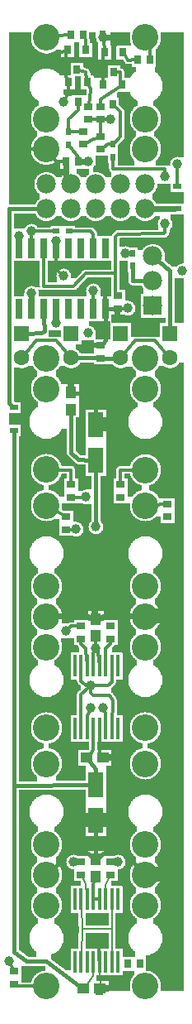
<source format=gtl>
G04 MADE WITH FRITZING*
G04 WWW.FRITZING.ORG*
G04 DOUBLE SIDED*
G04 HOLES PLATED*
G04 CONTOUR ON CENTER OF CONTOUR VECTOR*
%ASAXBY*%
%FSLAX23Y23*%
%MOIN*%
%OFA0B0*%
%SFA1.0B1.0*%
%ADD10C,0.075000*%
%ADD11C,0.039370*%
%ADD12C,0.078000*%
%ADD13C,0.062992*%
%ADD14C,0.107087*%
%ADD15R,0.035433X0.027559*%
%ADD16R,0.013780X0.086614*%
%ADD17R,0.062992X0.102362*%
%ADD18R,0.078000X0.078000*%
%ADD19R,0.027559X0.035433*%
%ADD20R,0.019685X0.027559*%
%ADD21R,0.027559X0.019685*%
%ADD22R,0.062992X0.062992*%
%ADD23R,0.026000X0.080000*%
%ADD24R,0.031496X0.035433*%
%ADD25R,0.032677X0.024803*%
%ADD26R,0.047244X0.043307*%
%ADD27R,0.043307X0.047244*%
%ADD28C,0.024000*%
%ADD29C,0.016000*%
%ADD30C,0.008000*%
%ADD31C,0.012000*%
%ADD32R,0.001000X0.001000*%
%LNCOPPER1*%
G90*
G70*
G54D10*
X690Y3823D03*
X111Y2930D03*
X388Y2476D03*
G54D11*
X391Y1911D03*
X131Y2851D03*
X481Y561D03*
X301Y561D03*
X231Y3061D03*
X261Y3621D03*
X421Y3881D03*
X81Y3081D03*
X391Y1421D03*
X721Y3371D03*
X451Y3551D03*
X741Y2941D03*
G54D12*
X621Y2801D03*
X621Y2901D03*
X621Y3001D03*
X621Y2801D03*
X621Y2901D03*
X621Y3001D03*
X591Y3291D03*
X491Y3291D03*
X391Y3291D03*
X291Y3291D03*
X191Y3291D03*
X591Y3291D03*
X491Y3291D03*
X391Y3291D03*
X291Y3291D03*
X191Y3291D03*
X191Y3191D03*
X291Y3191D03*
X391Y3191D03*
X491Y3191D03*
X591Y3191D03*
G54D13*
X691Y2689D03*
X691Y2591D03*
X691Y2689D03*
X691Y2591D03*
X491Y2689D03*
X491Y2591D03*
X491Y2689D03*
X491Y2591D03*
X91Y2689D03*
X91Y2591D03*
X91Y2689D03*
X91Y2591D03*
X291Y2689D03*
X291Y2591D03*
X291Y2689D03*
X291Y2591D03*
G54D14*
X191Y3432D03*
X191Y3554D03*
X191Y3881D03*
X191Y3432D03*
X191Y3554D03*
X191Y3881D03*
X591Y2588D03*
X591Y2466D03*
X591Y2139D03*
X591Y2588D03*
X591Y2466D03*
X591Y2139D03*
X591Y509D03*
X591Y631D03*
X591Y957D03*
X591Y509D03*
X591Y631D03*
X591Y957D03*
X591Y1549D03*
X591Y1427D03*
X591Y1101D03*
X591Y1549D03*
X591Y1427D03*
X591Y1101D03*
X591Y509D03*
X591Y387D03*
X591Y61D03*
X591Y509D03*
X591Y387D03*
X591Y61D03*
X191Y509D03*
X191Y387D03*
X191Y61D03*
X191Y509D03*
X191Y387D03*
X191Y61D03*
X191Y509D03*
X191Y631D03*
X191Y957D03*
X191Y509D03*
X191Y631D03*
X191Y957D03*
X191Y1549D03*
X191Y1427D03*
X191Y1101D03*
X191Y1549D03*
X191Y1427D03*
X191Y1101D03*
X191Y1549D03*
X191Y1671D03*
X191Y1997D03*
X191Y1549D03*
X191Y1671D03*
X191Y1997D03*
X191Y2589D03*
X191Y2467D03*
X191Y2141D03*
X191Y2589D03*
X191Y2467D03*
X191Y2141D03*
X591Y3432D03*
X591Y3554D03*
X591Y3881D03*
X591Y3432D03*
X591Y3554D03*
X591Y3881D03*
G54D11*
X361Y2691D03*
X131Y3101D03*
X361Y3381D03*
X511Y3011D03*
X381Y2861D03*
X671Y3321D03*
X671Y3131D03*
X521Y2791D03*
X261Y2921D03*
X231Y2731D03*
G54D14*
X591Y1549D03*
X591Y1671D03*
X591Y1997D03*
X591Y1549D03*
X591Y1671D03*
X591Y1997D03*
G54D11*
X271Y1491D03*
X351Y2031D03*
X371Y1271D03*
X371Y1181D03*
X311Y1901D03*
X41Y161D03*
X421Y1181D03*
G54D15*
X331Y561D03*
X331Y509D03*
X331Y1511D03*
X331Y1459D03*
G54D16*
X306Y159D03*
X331Y159D03*
X356Y159D03*
X381Y159D03*
X406Y159D03*
X431Y159D03*
X456Y159D03*
X481Y159D03*
X481Y411D03*
X456Y411D03*
X431Y411D03*
X406Y411D03*
X381Y411D03*
X356Y411D03*
X331Y411D03*
X306Y411D03*
G54D17*
X391Y729D03*
X391Y871D03*
X391Y2179D03*
X391Y2321D03*
G54D18*
X621Y2801D03*
X621Y2801D03*
G54D19*
X289Y3891D03*
X341Y3891D03*
G54D15*
X411Y3551D03*
X411Y3602D03*
G54D20*
X541Y2961D03*
X541Y3012D03*
G54D21*
X282Y3101D03*
X231Y3101D03*
G54D15*
X681Y2002D03*
X681Y1951D03*
G54D22*
X691Y2689D03*
X691Y2689D03*
X491Y2689D03*
X491Y2689D03*
X91Y2689D03*
X91Y2689D03*
X291Y2689D03*
X291Y2689D03*
G54D23*
X81Y2789D03*
X131Y2789D03*
X181Y2789D03*
X231Y2789D03*
X281Y2789D03*
X331Y2789D03*
X381Y2789D03*
X431Y2789D03*
X431Y3031D03*
X381Y3031D03*
X331Y3031D03*
X281Y3031D03*
X231Y3031D03*
X181Y3031D03*
X131Y3031D03*
X81Y3031D03*
G54D19*
X611Y3791D03*
X559Y3791D03*
G54D24*
X501Y3821D03*
X426Y3821D03*
X463Y3742D03*
X495Y3691D03*
X421Y3691D03*
X458Y3612D03*
G54D15*
X481Y2841D03*
X481Y2789D03*
G54D20*
X461Y3451D03*
X461Y3399D03*
G54D24*
X351Y3831D03*
X276Y3831D03*
X313Y3752D03*
X355Y3701D03*
X281Y3701D03*
X318Y3622D03*
G54D15*
X341Y3451D03*
X341Y3502D03*
X361Y3551D03*
X361Y3602D03*
G54D19*
X321Y3381D03*
X269Y3381D03*
G54D20*
X281Y3501D03*
X281Y3449D03*
G54D15*
X411Y3482D03*
X411Y3431D03*
G54D16*
X306Y1099D03*
X331Y1099D03*
X356Y1099D03*
X381Y1099D03*
X406Y1099D03*
X431Y1099D03*
X456Y1099D03*
X481Y1099D03*
X481Y1351D03*
X456Y1351D03*
X431Y1351D03*
X406Y1351D03*
X381Y1351D03*
X356Y1351D03*
X331Y1351D03*
X306Y1351D03*
G54D15*
X291Y2081D03*
X291Y2029D03*
X411Y2641D03*
X411Y2589D03*
X271Y1951D03*
X271Y1899D03*
X491Y2081D03*
X491Y2029D03*
X451Y561D03*
X451Y509D03*
G54D19*
X571Y151D03*
X519Y151D03*
G54D15*
X61Y69D03*
X61Y121D03*
X451Y1511D03*
X451Y1459D03*
G54D25*
X721Y3281D03*
X721Y3191D03*
X61Y2391D03*
X61Y2300D03*
G54D26*
X407Y51D03*
X341Y51D03*
X421Y981D03*
X354Y981D03*
G54D27*
X291Y2451D03*
X291Y2384D03*
X391Y571D03*
X391Y504D03*
X391Y1538D03*
X391Y1471D03*
G54D28*
X270Y3321D02*
X274Y3316D01*
D02*
X269Y3368D02*
X270Y3321D01*
G54D29*
D02*
X320Y2181D02*
X365Y2180D01*
D02*
X291Y2210D02*
X320Y2181D01*
D02*
X291Y2366D02*
X291Y2210D01*
D02*
X391Y1924D02*
X391Y2133D01*
D02*
X438Y2789D02*
X468Y2789D01*
D02*
X391Y2591D02*
X312Y2591D01*
D02*
X431Y2661D02*
X419Y2649D01*
D02*
X431Y2754D02*
X431Y2661D01*
D02*
X398Y2590D02*
X391Y2591D01*
D02*
X469Y2590D02*
X423Y2590D01*
D02*
X170Y2691D02*
X112Y2689D01*
D02*
X182Y2700D02*
X170Y2691D01*
D02*
X181Y2754D02*
X182Y2700D01*
G54D28*
D02*
X131Y2832D02*
X131Y2823D01*
G54D29*
D02*
X540Y2901D02*
X541Y2952D01*
D02*
X596Y2901D02*
X540Y2901D01*
G54D30*
D02*
X351Y471D02*
X335Y501D01*
D02*
X354Y427D02*
X351Y471D01*
G54D29*
D02*
X490Y611D02*
X566Y535D01*
D02*
X441Y611D02*
X490Y611D01*
D02*
X407Y584D02*
X441Y611D01*
D02*
X340Y611D02*
X290Y611D01*
D02*
X290Y611D02*
X215Y534D01*
D02*
X374Y583D02*
X340Y611D01*
D02*
X391Y589D02*
X391Y683D01*
D02*
X391Y916D02*
X391Y936D01*
D02*
X391Y936D02*
X367Y965D01*
G54D31*
D02*
X80Y62D02*
X73Y65D01*
D02*
X155Y61D02*
X80Y62D01*
G54D30*
D02*
X430Y470D02*
X430Y448D01*
D02*
X446Y501D02*
X430Y470D01*
D02*
X380Y101D02*
X380Y121D01*
D02*
X353Y67D02*
X380Y101D01*
D02*
X410Y80D02*
X407Y136D01*
D02*
X409Y67D02*
X410Y80D01*
D02*
X455Y291D02*
X455Y196D01*
D02*
X455Y291D02*
X455Y373D01*
D02*
X336Y291D02*
X455Y291D01*
D02*
X336Y291D02*
X332Y379D01*
D02*
X332Y194D02*
X336Y291D01*
G54D31*
D02*
X231Y3047D02*
X231Y3031D01*
G54D28*
D02*
X320Y561D02*
X318Y561D01*
D02*
X463Y561D02*
X462Y561D01*
G54D31*
D02*
X221Y3791D02*
X70Y3791D01*
D02*
X61Y3451D02*
X81Y3431D01*
D02*
X61Y3780D02*
X61Y3451D01*
D02*
X250Y3821D02*
X221Y3791D01*
D02*
X70Y3791D02*
X61Y3780D01*
D02*
X81Y3431D02*
X155Y3431D01*
D02*
X266Y3827D02*
X250Y3821D01*
D02*
X280Y3660D02*
X267Y3633D01*
D02*
X281Y3688D02*
X280Y3660D01*
D02*
X425Y3833D02*
X422Y3867D01*
D02*
X81Y3067D02*
X81Y3065D01*
D02*
X401Y1411D02*
X404Y1367D01*
D02*
X400Y1411D02*
X401Y1411D01*
D02*
X381Y1401D02*
X381Y1388D01*
D02*
X385Y1409D02*
X381Y1401D01*
D02*
X391Y1453D02*
X391Y1434D01*
G54D29*
D02*
X41Y2410D02*
X54Y2397D01*
D02*
X41Y3191D02*
X41Y2410D01*
D02*
X166Y3191D02*
X41Y3191D01*
D02*
X365Y871D02*
X60Y870D01*
D02*
X60Y870D02*
X61Y2293D01*
G54D28*
D02*
X710Y3191D02*
X621Y3191D01*
G54D31*
D02*
X380Y1011D02*
X368Y997D01*
D02*
X380Y1061D02*
X380Y1011D01*
D02*
X520Y3790D02*
X508Y3808D01*
D02*
X240Y3890D02*
X281Y3891D01*
D02*
X225Y3887D02*
X240Y3890D01*
D02*
X351Y3871D02*
X350Y3831D01*
D02*
X350Y3831D02*
X351Y3831D01*
D02*
X347Y3878D02*
X351Y3871D01*
D02*
X611Y3831D02*
X611Y3803D01*
D02*
X604Y3848D02*
X611Y3831D01*
D02*
X551Y3791D02*
X520Y3790D01*
D02*
X405Y1001D02*
X405Y1061D01*
D02*
X408Y997D02*
X405Y1001D01*
D02*
X411Y3542D02*
X411Y3490D01*
D02*
X398Y3551D02*
X373Y3551D01*
D02*
X321Y3400D02*
X285Y3444D01*
D02*
X380Y3471D02*
X353Y3457D01*
D02*
X320Y3590D02*
X319Y3610D01*
D02*
X280Y3551D02*
X320Y3590D01*
D02*
X231Y3381D02*
X261Y3381D01*
D02*
X212Y3404D02*
X231Y3381D01*
D02*
X321Y3393D02*
X321Y3400D01*
D02*
X398Y3477D02*
X380Y3471D01*
D02*
X281Y3509D02*
X280Y3551D01*
D02*
X285Y3501D02*
X328Y3502D01*
D02*
X421Y3811D02*
X421Y3703D01*
D02*
X426Y3821D02*
X421Y3811D01*
D02*
X490Y3711D02*
X491Y3741D01*
D02*
X492Y3703D02*
X490Y3711D01*
D02*
X491Y3741D02*
X473Y3741D01*
D02*
X411Y3631D02*
X411Y3610D01*
D02*
X485Y3683D02*
X411Y3631D01*
D02*
X440Y3451D02*
X456Y3451D01*
D02*
X423Y3439D02*
X440Y3451D01*
D02*
X423Y3551D02*
X437Y3551D01*
D02*
X721Y3357D02*
X721Y3288D01*
D02*
X371Y3671D02*
X362Y3610D01*
D02*
X362Y3688D02*
X371Y3671D01*
D02*
X351Y3741D02*
X323Y3749D01*
D02*
X354Y3713D02*
X351Y3741D01*
D02*
X271Y3811D02*
X273Y3818D01*
D02*
X271Y3721D02*
X271Y3811D01*
D02*
X275Y3713D02*
X271Y3721D01*
D02*
X491Y3481D02*
X491Y3581D01*
D02*
X491Y3581D02*
X468Y3602D01*
D02*
X465Y3455D02*
X491Y3481D01*
D02*
X380Y3090D02*
X371Y3101D01*
D02*
X371Y3101D02*
X290Y3101D01*
D02*
X380Y3065D02*
X380Y3090D01*
G54D29*
D02*
X644Y2981D02*
X691Y2941D01*
D02*
X691Y2941D02*
X691Y2716D01*
G54D31*
D02*
X380Y471D02*
X380Y448D01*
D02*
X385Y486D02*
X380Y471D01*
D02*
X382Y411D02*
X404Y411D01*
D02*
X144Y3101D02*
X222Y3101D01*
D02*
X131Y3087D02*
X131Y3065D01*
G54D28*
D02*
X329Y3381D02*
X342Y3381D01*
D02*
X536Y3012D02*
X530Y3011D01*
G54D31*
D02*
X351Y2931D02*
X471Y2931D01*
D02*
X471Y2851D02*
X473Y2849D01*
D02*
X301Y2880D02*
X351Y2931D01*
D02*
X181Y2996D02*
X181Y2880D01*
D02*
X471Y2931D02*
X471Y2851D01*
D02*
X181Y2880D02*
X301Y2880D01*
D02*
X381Y2842D02*
X381Y2823D01*
D02*
X671Y3351D02*
X671Y3334D01*
D02*
X461Y3351D02*
X671Y3351D01*
D02*
X461Y3391D02*
X461Y3351D01*
D02*
X481Y3090D02*
X666Y3091D01*
D02*
X666Y3091D02*
X671Y3095D01*
D02*
X471Y2931D02*
X471Y3080D01*
D02*
X671Y3095D02*
X671Y3117D01*
D02*
X471Y3080D02*
X481Y3090D01*
D02*
X230Y2996D02*
X230Y2950D01*
D02*
X230Y2950D02*
X251Y2930D01*
D02*
X493Y2790D02*
X502Y2790D01*
D02*
X550Y2661D02*
X504Y2607D01*
D02*
X631Y2661D02*
X550Y2661D01*
D02*
X677Y2607D02*
X631Y2661D01*
D02*
X231Y2754D02*
X231Y2750D01*
D02*
X108Y2611D02*
X151Y2661D01*
D02*
X151Y2661D02*
X231Y2661D01*
D02*
X231Y2661D02*
X273Y2611D01*
G54D29*
D02*
X368Y2449D02*
X391Y2421D01*
D02*
X391Y2421D02*
X391Y2366D01*
D02*
X307Y2450D02*
X368Y2449D01*
G54D31*
D02*
X490Y2140D02*
X549Y2140D01*
D02*
X490Y2089D02*
X490Y2140D01*
D02*
X290Y2140D02*
X232Y2140D01*
D02*
X290Y2089D02*
X290Y2140D01*
D02*
X258Y1958D02*
X221Y1980D01*
D02*
X668Y2001D02*
X626Y1999D01*
G54D28*
D02*
X241Y1551D02*
X232Y1551D01*
D02*
X374Y1543D02*
X351Y1551D01*
D02*
X351Y1551D02*
X241Y1551D01*
D02*
X431Y1551D02*
X550Y1551D01*
D02*
X550Y1551D02*
X550Y1551D01*
D02*
X407Y1543D02*
X431Y1551D01*
G54D31*
D02*
X291Y1511D02*
X318Y1511D01*
D02*
X280Y1500D02*
X291Y1511D01*
G54D29*
D02*
X191Y161D02*
X322Y64D01*
D02*
X111Y161D02*
X191Y161D01*
D02*
X61Y200D02*
X111Y161D01*
D02*
X60Y870D02*
X61Y200D01*
G54D31*
D02*
X337Y2030D02*
X303Y2030D01*
D02*
X450Y1440D02*
X430Y1421D01*
D02*
X430Y1421D02*
X430Y1388D01*
D02*
X450Y1451D02*
X450Y1440D01*
D02*
X330Y1440D02*
X351Y1421D01*
D02*
X330Y1451D02*
X330Y1440D01*
D02*
X351Y1421D02*
X354Y1371D01*
D02*
X365Y1169D02*
X356Y1151D01*
D02*
X356Y1151D02*
X356Y1136D01*
D02*
X297Y1900D02*
X283Y1900D01*
D02*
X331Y1290D02*
X331Y1313D01*
D02*
X356Y1270D02*
X331Y1290D01*
D02*
X357Y1270D02*
X356Y1270D01*
D02*
X331Y1236D02*
X331Y1136D01*
D02*
X360Y1262D02*
X331Y1236D01*
D02*
X456Y1285D02*
X456Y1313D01*
D02*
X384Y1271D02*
X441Y1271D01*
D02*
X441Y1271D02*
X456Y1285D01*
D02*
X381Y1231D02*
X445Y1231D01*
D02*
X461Y1170D02*
X455Y1155D01*
D02*
X455Y1155D02*
X455Y1136D01*
D02*
X460Y1211D02*
X461Y1170D01*
D02*
X371Y1257D02*
X370Y1241D01*
D02*
X445Y1231D02*
X460Y1211D01*
D02*
X370Y1241D02*
X381Y1231D01*
D02*
X49Y144D02*
X56Y129D01*
D02*
X427Y1169D02*
X431Y1161D01*
D02*
X431Y1161D02*
X431Y1136D01*
G36*
X40Y3901D02*
X40Y3817D01*
X182Y3817D01*
X182Y3819D01*
X172Y3819D01*
X172Y3821D01*
X166Y3821D01*
X166Y3823D01*
X162Y3823D01*
X162Y3825D01*
X158Y3825D01*
X158Y3827D01*
X156Y3827D01*
X156Y3829D01*
X152Y3829D01*
X152Y3831D01*
X150Y3831D01*
X150Y3833D01*
X148Y3833D01*
X148Y3835D01*
X146Y3835D01*
X146Y3837D01*
X144Y3837D01*
X144Y3839D01*
X142Y3839D01*
X142Y3841D01*
X140Y3841D01*
X140Y3843D01*
X138Y3843D01*
X138Y3847D01*
X136Y3847D01*
X136Y3849D01*
X134Y3849D01*
X134Y3853D01*
X132Y3853D01*
X132Y3859D01*
X130Y3859D01*
X130Y3865D01*
X128Y3865D01*
X128Y3901D01*
X40Y3901D01*
G37*
D02*
G36*
X364Y3901D02*
X364Y3877D01*
X366Y3877D01*
X366Y3859D01*
X376Y3859D01*
X376Y3803D01*
X400Y3803D01*
X400Y3861D01*
X398Y3861D01*
X398Y3863D01*
X396Y3863D01*
X396Y3865D01*
X394Y3865D01*
X394Y3869D01*
X392Y3869D01*
X392Y3879D01*
X390Y3879D01*
X390Y3901D01*
X364Y3901D01*
G37*
D02*
G36*
X450Y3901D02*
X450Y3873D01*
X448Y3873D01*
X448Y3849D01*
X452Y3849D01*
X452Y3793D01*
X474Y3793D01*
X474Y3847D01*
X476Y3847D01*
X476Y3849D01*
X534Y3849D01*
X534Y3853D01*
X532Y3853D01*
X532Y3859D01*
X530Y3859D01*
X530Y3865D01*
X528Y3865D01*
X528Y3901D01*
X450Y3901D01*
G37*
D02*
G36*
X302Y3863D02*
X302Y3803D01*
X324Y3803D01*
X324Y3863D01*
X302Y3863D01*
G37*
D02*
G36*
X228Y3831D02*
X228Y3829D01*
X226Y3829D01*
X226Y3827D01*
X222Y3827D01*
X222Y3825D01*
X220Y3825D01*
X220Y3823D01*
X214Y3823D01*
X214Y3821D01*
X210Y3821D01*
X210Y3819D01*
X200Y3819D01*
X200Y3817D01*
X250Y3817D01*
X250Y3831D01*
X228Y3831D01*
G37*
D02*
G36*
X40Y3817D02*
X40Y3815D01*
X250Y3815D01*
X250Y3817D01*
X40Y3817D01*
G37*
D02*
G36*
X40Y3817D02*
X40Y3815D01*
X250Y3815D01*
X250Y3817D01*
X40Y3817D01*
G37*
D02*
G36*
X40Y3815D02*
X40Y3803D01*
X250Y3803D01*
X250Y3815D01*
X40Y3815D01*
G37*
D02*
G36*
X40Y3803D02*
X40Y3801D01*
X400Y3801D01*
X400Y3803D01*
X40Y3803D01*
G37*
D02*
G36*
X40Y3803D02*
X40Y3801D01*
X400Y3801D01*
X400Y3803D01*
X40Y3803D01*
G37*
D02*
G36*
X40Y3803D02*
X40Y3801D01*
X400Y3801D01*
X400Y3803D01*
X40Y3803D01*
G37*
D02*
G36*
X40Y3801D02*
X40Y3793D01*
X400Y3793D01*
X400Y3801D01*
X40Y3801D01*
G37*
D02*
G36*
X40Y3793D02*
X40Y3791D01*
X500Y3791D01*
X500Y3793D01*
X40Y3793D01*
G37*
D02*
G36*
X40Y3793D02*
X40Y3791D01*
X500Y3791D01*
X500Y3793D01*
X40Y3793D01*
G37*
D02*
G36*
X40Y3791D02*
X40Y3779D01*
X338Y3779D01*
X338Y3769D01*
X488Y3769D01*
X488Y3757D01*
X496Y3757D01*
X496Y3755D01*
X500Y3755D01*
X500Y3753D01*
X502Y3753D01*
X502Y3751D01*
X504Y3751D01*
X504Y3747D01*
X506Y3747D01*
X506Y3719D01*
X530Y3719D01*
X530Y3721D01*
X532Y3721D01*
X532Y3725D01*
X534Y3725D01*
X534Y3727D01*
X536Y3727D01*
X536Y3731D01*
X538Y3731D01*
X538Y3733D01*
X540Y3733D01*
X540Y3735D01*
X542Y3735D01*
X542Y3737D01*
X544Y3737D01*
X544Y3739D01*
X546Y3739D01*
X546Y3741D01*
X550Y3741D01*
X550Y3743D01*
X552Y3743D01*
X552Y3763D01*
X536Y3763D01*
X536Y3775D01*
X514Y3775D01*
X514Y3777D01*
X510Y3777D01*
X510Y3779D01*
X508Y3779D01*
X508Y3781D01*
X506Y3781D01*
X506Y3785D01*
X504Y3785D01*
X504Y3787D01*
X502Y3787D01*
X502Y3791D01*
X40Y3791D01*
G37*
D02*
G36*
X40Y3779D02*
X40Y3757D01*
X192Y3757D01*
X192Y3755D01*
X206Y3755D01*
X206Y3753D01*
X214Y3753D01*
X214Y3751D01*
X218Y3751D01*
X218Y3749D01*
X222Y3749D01*
X222Y3747D01*
X226Y3747D01*
X226Y3745D01*
X230Y3745D01*
X230Y3743D01*
X232Y3743D01*
X232Y3741D01*
X234Y3741D01*
X234Y3739D01*
X238Y3739D01*
X238Y3737D01*
X240Y3737D01*
X240Y3735D01*
X242Y3735D01*
X242Y3733D01*
X244Y3733D01*
X244Y3729D01*
X288Y3729D01*
X288Y3779D01*
X40Y3779D01*
G37*
D02*
G36*
X338Y3769D02*
X338Y3761D01*
X342Y3761D01*
X342Y3759D01*
X348Y3759D01*
X348Y3757D01*
X356Y3757D01*
X356Y3755D01*
X360Y3755D01*
X360Y3753D01*
X362Y3753D01*
X362Y3751D01*
X364Y3751D01*
X364Y3747D01*
X366Y3747D01*
X366Y3739D01*
X368Y3739D01*
X368Y3729D01*
X380Y3729D01*
X380Y3727D01*
X382Y3727D01*
X382Y3719D01*
X438Y3719D01*
X438Y3769D01*
X338Y3769D01*
G37*
D02*
G36*
X40Y3757D02*
X40Y3369D01*
X176Y3369D01*
X176Y3371D01*
X170Y3371D01*
X170Y3373D01*
X164Y3373D01*
X164Y3375D01*
X160Y3375D01*
X160Y3377D01*
X158Y3377D01*
X158Y3379D01*
X154Y3379D01*
X154Y3381D01*
X152Y3381D01*
X152Y3383D01*
X148Y3383D01*
X148Y3385D01*
X146Y3385D01*
X146Y3387D01*
X144Y3387D01*
X144Y3389D01*
X142Y3389D01*
X142Y3393D01*
X140Y3393D01*
X140Y3395D01*
X138Y3395D01*
X138Y3397D01*
X136Y3397D01*
X136Y3401D01*
X134Y3401D01*
X134Y3405D01*
X132Y3405D01*
X132Y3409D01*
X130Y3409D01*
X130Y3417D01*
X128Y3417D01*
X128Y3447D01*
X130Y3447D01*
X130Y3453D01*
X132Y3453D01*
X132Y3459D01*
X134Y3459D01*
X134Y3463D01*
X136Y3463D01*
X136Y3465D01*
X138Y3465D01*
X138Y3469D01*
X140Y3469D01*
X140Y3471D01*
X142Y3471D01*
X142Y3473D01*
X144Y3473D01*
X144Y3477D01*
X146Y3477D01*
X146Y3479D01*
X150Y3479D01*
X150Y3481D01*
X152Y3481D01*
X152Y3483D01*
X154Y3483D01*
X154Y3503D01*
X152Y3503D01*
X152Y3505D01*
X148Y3505D01*
X148Y3507D01*
X146Y3507D01*
X146Y3509D01*
X144Y3509D01*
X144Y3511D01*
X142Y3511D01*
X142Y3515D01*
X140Y3515D01*
X140Y3517D01*
X138Y3517D01*
X138Y3519D01*
X136Y3519D01*
X136Y3523D01*
X134Y3523D01*
X134Y3527D01*
X132Y3527D01*
X132Y3531D01*
X130Y3531D01*
X130Y3539D01*
X128Y3539D01*
X128Y3569D01*
X130Y3569D01*
X130Y3575D01*
X132Y3575D01*
X132Y3581D01*
X134Y3581D01*
X134Y3585D01*
X136Y3585D01*
X136Y3587D01*
X138Y3587D01*
X138Y3591D01*
X140Y3591D01*
X140Y3593D01*
X142Y3593D01*
X142Y3595D01*
X144Y3595D01*
X144Y3599D01*
X146Y3599D01*
X146Y3601D01*
X150Y3601D01*
X150Y3603D01*
X152Y3603D01*
X152Y3605D01*
X154Y3605D01*
X154Y3607D01*
X158Y3607D01*
X158Y3627D01*
X156Y3627D01*
X156Y3629D01*
X152Y3629D01*
X152Y3631D01*
X150Y3631D01*
X150Y3633D01*
X146Y3633D01*
X146Y3635D01*
X144Y3635D01*
X144Y3637D01*
X142Y3637D01*
X142Y3639D01*
X140Y3639D01*
X140Y3641D01*
X138Y3641D01*
X138Y3643D01*
X136Y3643D01*
X136Y3647D01*
X134Y3647D01*
X134Y3649D01*
X132Y3649D01*
X132Y3653D01*
X130Y3653D01*
X130Y3657D01*
X128Y3657D01*
X128Y3661D01*
X126Y3661D01*
X126Y3667D01*
X124Y3667D01*
X124Y3675D01*
X122Y3675D01*
X122Y3699D01*
X124Y3699D01*
X124Y3707D01*
X126Y3707D01*
X126Y3713D01*
X128Y3713D01*
X128Y3717D01*
X130Y3717D01*
X130Y3721D01*
X132Y3721D01*
X132Y3725D01*
X134Y3725D01*
X134Y3727D01*
X136Y3727D01*
X136Y3731D01*
X138Y3731D01*
X138Y3733D01*
X140Y3733D01*
X140Y3735D01*
X142Y3735D01*
X142Y3737D01*
X144Y3737D01*
X144Y3739D01*
X146Y3739D01*
X146Y3741D01*
X150Y3741D01*
X150Y3743D01*
X152Y3743D01*
X152Y3745D01*
X156Y3745D01*
X156Y3747D01*
X158Y3747D01*
X158Y3749D01*
X164Y3749D01*
X164Y3751D01*
X168Y3751D01*
X168Y3753D01*
X174Y3753D01*
X174Y3755D01*
X190Y3755D01*
X190Y3757D01*
X40Y3757D01*
G37*
D02*
G36*
X226Y3381D02*
X226Y3379D01*
X224Y3379D01*
X224Y3377D01*
X220Y3377D01*
X220Y3375D01*
X216Y3375D01*
X216Y3373D01*
X212Y3373D01*
X212Y3371D01*
X204Y3371D01*
X204Y3369D01*
X246Y3369D01*
X246Y3381D01*
X226Y3381D01*
G37*
D02*
G36*
X40Y3369D02*
X40Y3367D01*
X246Y3367D01*
X246Y3369D01*
X40Y3369D01*
G37*
D02*
G36*
X40Y3369D02*
X40Y3367D01*
X246Y3367D01*
X246Y3369D01*
X40Y3369D01*
G37*
D02*
G36*
X40Y3367D02*
X40Y3339D01*
X202Y3339D01*
X202Y3337D01*
X210Y3337D01*
X210Y3335D01*
X212Y3335D01*
X212Y3333D01*
X216Y3333D01*
X216Y3331D01*
X220Y3331D01*
X220Y3329D01*
X222Y3329D01*
X222Y3327D01*
X224Y3327D01*
X224Y3325D01*
X226Y3325D01*
X226Y3323D01*
X228Y3323D01*
X228Y3321D01*
X230Y3321D01*
X230Y3319D01*
X252Y3319D01*
X252Y3321D01*
X254Y3321D01*
X254Y3325D01*
X256Y3325D01*
X256Y3327D01*
X260Y3327D01*
X260Y3329D01*
X262Y3329D01*
X262Y3331D01*
X264Y3331D01*
X264Y3333D01*
X268Y3333D01*
X268Y3353D01*
X246Y3353D01*
X246Y3367D01*
X40Y3367D01*
G37*
D02*
G36*
X40Y3339D02*
X40Y3209D01*
X146Y3209D01*
X146Y3213D01*
X148Y3213D01*
X148Y3217D01*
X150Y3217D01*
X150Y3219D01*
X152Y3219D01*
X152Y3221D01*
X154Y3221D01*
X154Y3225D01*
X156Y3225D01*
X156Y3227D01*
X160Y3227D01*
X160Y3229D01*
X162Y3229D01*
X162Y3231D01*
X164Y3231D01*
X164Y3251D01*
X160Y3251D01*
X160Y3253D01*
X158Y3253D01*
X158Y3255D01*
X156Y3255D01*
X156Y3257D01*
X154Y3257D01*
X154Y3259D01*
X152Y3259D01*
X152Y3263D01*
X150Y3263D01*
X150Y3265D01*
X148Y3265D01*
X148Y3269D01*
X146Y3269D01*
X146Y3273D01*
X144Y3273D01*
X144Y3279D01*
X142Y3279D01*
X142Y3301D01*
X144Y3301D01*
X144Y3309D01*
X146Y3309D01*
X146Y3313D01*
X148Y3313D01*
X148Y3317D01*
X150Y3317D01*
X150Y3319D01*
X152Y3319D01*
X152Y3321D01*
X154Y3321D01*
X154Y3325D01*
X156Y3325D01*
X156Y3327D01*
X160Y3327D01*
X160Y3329D01*
X162Y3329D01*
X162Y3331D01*
X164Y3331D01*
X164Y3333D01*
X168Y3333D01*
X168Y3335D01*
X172Y3335D01*
X172Y3337D01*
X178Y3337D01*
X178Y3339D01*
X40Y3339D01*
G37*
D02*
G36*
X654Y3901D02*
X654Y3869D01*
X652Y3869D01*
X652Y3861D01*
X650Y3861D01*
X650Y3855D01*
X648Y3855D01*
X648Y3851D01*
X646Y3851D01*
X646Y3849D01*
X644Y3849D01*
X644Y3845D01*
X642Y3845D01*
X642Y3843D01*
X640Y3843D01*
X640Y3839D01*
X638Y3839D01*
X638Y3837D01*
X636Y3837D01*
X636Y3835D01*
X634Y3835D01*
X634Y3763D01*
X630Y3763D01*
X630Y3743D01*
X632Y3743D01*
X632Y3741D01*
X634Y3741D01*
X634Y3739D01*
X638Y3739D01*
X638Y3737D01*
X640Y3737D01*
X640Y3735D01*
X642Y3735D01*
X642Y3733D01*
X644Y3733D01*
X644Y3729D01*
X646Y3729D01*
X646Y3727D01*
X648Y3727D01*
X648Y3723D01*
X650Y3723D01*
X650Y3721D01*
X652Y3721D01*
X652Y3717D01*
X654Y3717D01*
X654Y3711D01*
X656Y3711D01*
X656Y3707D01*
X658Y3707D01*
X658Y3697D01*
X660Y3697D01*
X660Y3677D01*
X658Y3677D01*
X658Y3667D01*
X656Y3667D01*
X656Y3663D01*
X654Y3663D01*
X654Y3657D01*
X652Y3657D01*
X652Y3653D01*
X650Y3653D01*
X650Y3651D01*
X648Y3651D01*
X648Y3647D01*
X646Y3647D01*
X646Y3645D01*
X644Y3645D01*
X644Y3641D01*
X642Y3641D01*
X642Y3639D01*
X640Y3639D01*
X640Y3637D01*
X638Y3637D01*
X638Y3635D01*
X636Y3635D01*
X636Y3633D01*
X632Y3633D01*
X632Y3631D01*
X630Y3631D01*
X630Y3629D01*
X626Y3629D01*
X626Y3627D01*
X624Y3627D01*
X624Y3607D01*
X626Y3607D01*
X626Y3605D01*
X630Y3605D01*
X630Y3603D01*
X632Y3603D01*
X632Y3601D01*
X634Y3601D01*
X634Y3599D01*
X636Y3599D01*
X636Y3597D01*
X638Y3597D01*
X638Y3595D01*
X640Y3595D01*
X640Y3593D01*
X642Y3593D01*
X642Y3589D01*
X644Y3589D01*
X644Y3587D01*
X646Y3587D01*
X646Y3583D01*
X648Y3583D01*
X648Y3579D01*
X650Y3579D01*
X650Y3573D01*
X652Y3573D01*
X652Y3565D01*
X654Y3565D01*
X654Y3543D01*
X652Y3543D01*
X652Y3535D01*
X650Y3535D01*
X650Y3529D01*
X648Y3529D01*
X648Y3525D01*
X646Y3525D01*
X646Y3521D01*
X644Y3521D01*
X644Y3519D01*
X642Y3519D01*
X642Y3515D01*
X640Y3515D01*
X640Y3513D01*
X638Y3513D01*
X638Y3511D01*
X636Y3511D01*
X636Y3509D01*
X634Y3509D01*
X634Y3507D01*
X632Y3507D01*
X632Y3505D01*
X630Y3505D01*
X630Y3503D01*
X626Y3503D01*
X626Y3483D01*
X630Y3483D01*
X630Y3481D01*
X632Y3481D01*
X632Y3479D01*
X634Y3479D01*
X634Y3477D01*
X636Y3477D01*
X636Y3475D01*
X638Y3475D01*
X638Y3473D01*
X640Y3473D01*
X640Y3471D01*
X642Y3471D01*
X642Y3467D01*
X644Y3467D01*
X644Y3465D01*
X646Y3465D01*
X646Y3461D01*
X648Y3461D01*
X648Y3457D01*
X650Y3457D01*
X650Y3451D01*
X652Y3451D01*
X652Y3443D01*
X654Y3443D01*
X654Y3421D01*
X652Y3421D01*
X652Y3413D01*
X650Y3413D01*
X650Y3407D01*
X648Y3407D01*
X648Y3403D01*
X646Y3403D01*
X646Y3401D01*
X724Y3401D01*
X724Y3399D01*
X746Y3399D01*
X746Y3901D01*
X654Y3901D01*
G37*
D02*
G36*
X646Y3401D02*
X646Y3399D01*
X644Y3399D01*
X644Y3397D01*
X642Y3397D01*
X642Y3393D01*
X640Y3393D01*
X640Y3391D01*
X638Y3391D01*
X638Y3389D01*
X636Y3389D01*
X636Y3387D01*
X634Y3387D01*
X634Y3367D01*
X692Y3367D01*
X692Y3369D01*
X690Y3369D01*
X690Y3373D01*
X692Y3373D01*
X692Y3381D01*
X694Y3381D01*
X694Y3385D01*
X696Y3385D01*
X696Y3389D01*
X698Y3389D01*
X698Y3391D01*
X700Y3391D01*
X700Y3393D01*
X702Y3393D01*
X702Y3395D01*
X706Y3395D01*
X706Y3397D01*
X710Y3397D01*
X710Y3399D01*
X718Y3399D01*
X718Y3401D01*
X646Y3401D01*
G37*
D02*
G36*
X306Y3725D02*
X306Y3673D01*
X258Y3673D01*
X258Y3651D01*
X264Y3651D01*
X264Y3649D01*
X272Y3649D01*
X272Y3647D01*
X292Y3647D01*
X292Y3649D01*
X352Y3649D01*
X352Y3673D01*
X330Y3673D01*
X330Y3725D01*
X306Y3725D01*
G37*
D02*
G36*
X482Y3663D02*
X482Y3661D01*
X480Y3661D01*
X480Y3659D01*
X476Y3659D01*
X476Y3639D01*
X484Y3639D01*
X484Y3609D01*
X486Y3609D01*
X486Y3607D01*
X488Y3607D01*
X488Y3605D01*
X490Y3605D01*
X490Y3603D01*
X492Y3603D01*
X492Y3601D01*
X494Y3601D01*
X494Y3599D01*
X496Y3599D01*
X496Y3597D01*
X498Y3597D01*
X498Y3595D01*
X500Y3595D01*
X500Y3593D01*
X502Y3593D01*
X502Y3591D01*
X504Y3591D01*
X504Y3589D01*
X506Y3589D01*
X506Y3473D01*
X504Y3473D01*
X504Y3471D01*
X502Y3471D01*
X502Y3469D01*
X500Y3469D01*
X500Y3467D01*
X498Y3467D01*
X498Y3465D01*
X496Y3465D01*
X496Y3463D01*
X494Y3463D01*
X494Y3461D01*
X492Y3461D01*
X492Y3459D01*
X490Y3459D01*
X490Y3457D01*
X488Y3457D01*
X488Y3455D01*
X486Y3455D01*
X486Y3453D01*
X484Y3453D01*
X484Y3451D01*
X482Y3451D01*
X482Y3449D01*
X480Y3449D01*
X480Y3367D01*
X546Y3367D01*
X546Y3387D01*
X544Y3387D01*
X544Y3389D01*
X542Y3389D01*
X542Y3393D01*
X540Y3393D01*
X540Y3395D01*
X538Y3395D01*
X538Y3397D01*
X536Y3397D01*
X536Y3401D01*
X534Y3401D01*
X534Y3405D01*
X532Y3405D01*
X532Y3409D01*
X530Y3409D01*
X530Y3417D01*
X528Y3417D01*
X528Y3447D01*
X530Y3447D01*
X530Y3453D01*
X532Y3453D01*
X532Y3459D01*
X534Y3459D01*
X534Y3463D01*
X536Y3463D01*
X536Y3465D01*
X538Y3465D01*
X538Y3469D01*
X540Y3469D01*
X540Y3471D01*
X542Y3471D01*
X542Y3473D01*
X544Y3473D01*
X544Y3477D01*
X546Y3477D01*
X546Y3479D01*
X550Y3479D01*
X550Y3481D01*
X552Y3481D01*
X552Y3483D01*
X554Y3483D01*
X554Y3503D01*
X552Y3503D01*
X552Y3505D01*
X548Y3505D01*
X548Y3507D01*
X546Y3507D01*
X546Y3509D01*
X544Y3509D01*
X544Y3511D01*
X542Y3511D01*
X542Y3515D01*
X540Y3515D01*
X540Y3517D01*
X538Y3517D01*
X538Y3519D01*
X536Y3519D01*
X536Y3523D01*
X534Y3523D01*
X534Y3527D01*
X532Y3527D01*
X532Y3531D01*
X530Y3531D01*
X530Y3539D01*
X528Y3539D01*
X528Y3569D01*
X530Y3569D01*
X530Y3575D01*
X532Y3575D01*
X532Y3581D01*
X534Y3581D01*
X534Y3585D01*
X536Y3585D01*
X536Y3587D01*
X538Y3587D01*
X538Y3591D01*
X540Y3591D01*
X540Y3593D01*
X542Y3593D01*
X542Y3595D01*
X544Y3595D01*
X544Y3599D01*
X546Y3599D01*
X546Y3601D01*
X550Y3601D01*
X550Y3603D01*
X552Y3603D01*
X552Y3605D01*
X554Y3605D01*
X554Y3607D01*
X558Y3607D01*
X558Y3627D01*
X556Y3627D01*
X556Y3629D01*
X552Y3629D01*
X552Y3631D01*
X550Y3631D01*
X550Y3633D01*
X546Y3633D01*
X546Y3635D01*
X544Y3635D01*
X544Y3637D01*
X542Y3637D01*
X542Y3639D01*
X540Y3639D01*
X540Y3641D01*
X538Y3641D01*
X538Y3643D01*
X536Y3643D01*
X536Y3647D01*
X534Y3647D01*
X534Y3649D01*
X532Y3649D01*
X532Y3653D01*
X530Y3653D01*
X530Y3657D01*
X528Y3657D01*
X528Y3661D01*
X526Y3661D01*
X526Y3663D01*
X482Y3663D01*
G37*
D02*
G36*
X390Y3407D02*
X390Y3373D01*
X388Y3373D01*
X388Y3367D01*
X386Y3367D01*
X386Y3365D01*
X384Y3365D01*
X384Y3361D01*
X382Y3361D01*
X382Y3359D01*
X380Y3359D01*
X380Y3339D01*
X402Y3339D01*
X402Y3337D01*
X410Y3337D01*
X410Y3335D01*
X412Y3335D01*
X412Y3333D01*
X416Y3333D01*
X416Y3331D01*
X420Y3331D01*
X420Y3329D01*
X422Y3329D01*
X422Y3327D01*
X424Y3327D01*
X424Y3325D01*
X426Y3325D01*
X426Y3323D01*
X428Y3323D01*
X428Y3321D01*
X430Y3321D01*
X430Y3319D01*
X452Y3319D01*
X452Y3339D01*
X450Y3339D01*
X450Y3341D01*
X448Y3341D01*
X448Y3343D01*
X446Y3343D01*
X446Y3351D01*
X444Y3351D01*
X444Y3375D01*
X442Y3375D01*
X442Y3377D01*
X440Y3377D01*
X440Y3407D01*
X390Y3407D01*
G37*
D02*
G36*
X312Y3353D02*
X312Y3333D01*
X316Y3333D01*
X316Y3331D01*
X320Y3331D01*
X320Y3329D01*
X322Y3329D01*
X322Y3327D01*
X324Y3327D01*
X324Y3325D01*
X326Y3325D01*
X326Y3323D01*
X328Y3323D01*
X328Y3321D01*
X330Y3321D01*
X330Y3319D01*
X352Y3319D01*
X352Y3321D01*
X354Y3321D01*
X354Y3325D01*
X356Y3325D01*
X356Y3327D01*
X360Y3327D01*
X360Y3329D01*
X362Y3329D01*
X362Y3331D01*
X364Y3331D01*
X364Y3351D01*
X354Y3351D01*
X354Y3353D01*
X312Y3353D01*
G37*
D02*
G36*
X640Y3293D02*
X640Y3285D01*
X638Y3285D01*
X638Y3277D01*
X636Y3277D01*
X636Y3271D01*
X634Y3271D01*
X634Y3267D01*
X632Y3267D01*
X632Y3263D01*
X630Y3263D01*
X630Y3261D01*
X628Y3261D01*
X628Y3259D01*
X626Y3259D01*
X626Y3255D01*
X622Y3255D01*
X622Y3253D01*
X620Y3253D01*
X620Y3251D01*
X618Y3251D01*
X618Y3231D01*
X620Y3231D01*
X620Y3229D01*
X622Y3229D01*
X622Y3227D01*
X624Y3227D01*
X624Y3225D01*
X626Y3225D01*
X626Y3223D01*
X628Y3223D01*
X628Y3221D01*
X630Y3221D01*
X630Y3219D01*
X632Y3219D01*
X632Y3215D01*
X634Y3215D01*
X634Y3213D01*
X746Y3213D01*
X746Y3259D01*
X694Y3259D01*
X694Y3291D01*
X664Y3291D01*
X664Y3293D01*
X640Y3293D01*
G37*
D02*
G36*
X60Y3173D02*
X60Y3141D01*
X186Y3141D01*
X186Y3143D01*
X176Y3143D01*
X176Y3145D01*
X170Y3145D01*
X170Y3147D01*
X168Y3147D01*
X168Y3149D01*
X164Y3149D01*
X164Y3151D01*
X160Y3151D01*
X160Y3153D01*
X158Y3153D01*
X158Y3155D01*
X156Y3155D01*
X156Y3157D01*
X154Y3157D01*
X154Y3159D01*
X152Y3159D01*
X152Y3163D01*
X150Y3163D01*
X150Y3165D01*
X148Y3165D01*
X148Y3169D01*
X146Y3169D01*
X146Y3173D01*
X60Y3173D01*
G37*
D02*
G36*
X230Y3163D02*
X230Y3161D01*
X228Y3161D01*
X228Y3159D01*
X226Y3159D01*
X226Y3155D01*
X222Y3155D01*
X222Y3153D01*
X220Y3153D01*
X220Y3151D01*
X218Y3151D01*
X218Y3149D01*
X214Y3149D01*
X214Y3147D01*
X210Y3147D01*
X210Y3145D01*
X204Y3145D01*
X204Y3143D01*
X196Y3143D01*
X196Y3141D01*
X286Y3141D01*
X286Y3143D01*
X276Y3143D01*
X276Y3145D01*
X270Y3145D01*
X270Y3147D01*
X268Y3147D01*
X268Y3149D01*
X264Y3149D01*
X264Y3151D01*
X260Y3151D01*
X260Y3153D01*
X258Y3153D01*
X258Y3155D01*
X256Y3155D01*
X256Y3157D01*
X254Y3157D01*
X254Y3159D01*
X252Y3159D01*
X252Y3163D01*
X230Y3163D01*
G37*
D02*
G36*
X330Y3163D02*
X330Y3161D01*
X328Y3161D01*
X328Y3159D01*
X326Y3159D01*
X326Y3155D01*
X322Y3155D01*
X322Y3153D01*
X320Y3153D01*
X320Y3151D01*
X318Y3151D01*
X318Y3149D01*
X314Y3149D01*
X314Y3147D01*
X310Y3147D01*
X310Y3145D01*
X304Y3145D01*
X304Y3143D01*
X296Y3143D01*
X296Y3141D01*
X386Y3141D01*
X386Y3143D01*
X376Y3143D01*
X376Y3145D01*
X370Y3145D01*
X370Y3147D01*
X368Y3147D01*
X368Y3149D01*
X364Y3149D01*
X364Y3151D01*
X360Y3151D01*
X360Y3153D01*
X358Y3153D01*
X358Y3155D01*
X356Y3155D01*
X356Y3157D01*
X354Y3157D01*
X354Y3159D01*
X352Y3159D01*
X352Y3163D01*
X330Y3163D01*
G37*
D02*
G36*
X430Y3163D02*
X430Y3161D01*
X428Y3161D01*
X428Y3159D01*
X426Y3159D01*
X426Y3155D01*
X422Y3155D01*
X422Y3153D01*
X420Y3153D01*
X420Y3151D01*
X418Y3151D01*
X418Y3149D01*
X414Y3149D01*
X414Y3147D01*
X410Y3147D01*
X410Y3145D01*
X404Y3145D01*
X404Y3143D01*
X396Y3143D01*
X396Y3141D01*
X486Y3141D01*
X486Y3143D01*
X476Y3143D01*
X476Y3145D01*
X470Y3145D01*
X470Y3147D01*
X468Y3147D01*
X468Y3149D01*
X464Y3149D01*
X464Y3151D01*
X460Y3151D01*
X460Y3153D01*
X458Y3153D01*
X458Y3155D01*
X456Y3155D01*
X456Y3157D01*
X454Y3157D01*
X454Y3159D01*
X452Y3159D01*
X452Y3163D01*
X430Y3163D01*
G37*
D02*
G36*
X530Y3163D02*
X530Y3161D01*
X528Y3161D01*
X528Y3159D01*
X526Y3159D01*
X526Y3155D01*
X522Y3155D01*
X522Y3153D01*
X520Y3153D01*
X520Y3151D01*
X518Y3151D01*
X518Y3149D01*
X514Y3149D01*
X514Y3147D01*
X510Y3147D01*
X510Y3145D01*
X504Y3145D01*
X504Y3143D01*
X496Y3143D01*
X496Y3141D01*
X586Y3141D01*
X586Y3143D01*
X576Y3143D01*
X576Y3145D01*
X570Y3145D01*
X570Y3147D01*
X568Y3147D01*
X568Y3149D01*
X564Y3149D01*
X564Y3151D01*
X560Y3151D01*
X560Y3153D01*
X558Y3153D01*
X558Y3155D01*
X556Y3155D01*
X556Y3157D01*
X554Y3157D01*
X554Y3159D01*
X552Y3159D01*
X552Y3163D01*
X530Y3163D01*
G37*
D02*
G36*
X628Y3161D02*
X628Y3159D01*
X626Y3159D01*
X626Y3155D01*
X622Y3155D01*
X622Y3153D01*
X620Y3153D01*
X620Y3151D01*
X618Y3151D01*
X618Y3149D01*
X614Y3149D01*
X614Y3147D01*
X610Y3147D01*
X610Y3145D01*
X604Y3145D01*
X604Y3143D01*
X596Y3143D01*
X596Y3141D01*
X644Y3141D01*
X644Y3145D01*
X646Y3145D01*
X646Y3149D01*
X648Y3149D01*
X648Y3161D01*
X628Y3161D01*
G37*
D02*
G36*
X60Y3141D02*
X60Y3139D01*
X642Y3139D01*
X642Y3141D01*
X60Y3141D01*
G37*
D02*
G36*
X60Y3141D02*
X60Y3139D01*
X642Y3139D01*
X642Y3141D01*
X60Y3141D01*
G37*
D02*
G36*
X60Y3141D02*
X60Y3139D01*
X642Y3139D01*
X642Y3141D01*
X60Y3141D01*
G37*
D02*
G36*
X60Y3141D02*
X60Y3139D01*
X642Y3139D01*
X642Y3141D01*
X60Y3141D01*
G37*
D02*
G36*
X60Y3141D02*
X60Y3139D01*
X642Y3139D01*
X642Y3141D01*
X60Y3141D01*
G37*
D02*
G36*
X60Y3141D02*
X60Y3139D01*
X642Y3139D01*
X642Y3141D01*
X60Y3141D01*
G37*
D02*
G36*
X60Y3139D02*
X60Y3131D01*
X134Y3131D01*
X134Y3129D01*
X142Y3129D01*
X142Y3127D01*
X146Y3127D01*
X146Y3125D01*
X148Y3125D01*
X148Y3123D01*
X152Y3123D01*
X152Y3121D01*
X306Y3121D01*
X306Y3117D01*
X376Y3117D01*
X376Y3115D01*
X380Y3115D01*
X380Y3113D01*
X382Y3113D01*
X382Y3111D01*
X384Y3111D01*
X384Y3109D01*
X386Y3109D01*
X386Y3107D01*
X388Y3107D01*
X388Y3105D01*
X390Y3105D01*
X390Y3103D01*
X392Y3103D01*
X392Y3101D01*
X394Y3101D01*
X394Y3097D01*
X396Y3097D01*
X396Y3081D01*
X456Y3081D01*
X456Y3089D01*
X458Y3089D01*
X458Y3091D01*
X460Y3091D01*
X460Y3093D01*
X462Y3093D01*
X462Y3095D01*
X464Y3095D01*
X464Y3097D01*
X466Y3097D01*
X466Y3099D01*
X468Y3099D01*
X468Y3101D01*
X470Y3101D01*
X470Y3103D01*
X472Y3103D01*
X472Y3105D01*
X478Y3105D01*
X478Y3107D01*
X642Y3107D01*
X642Y3129D01*
X640Y3129D01*
X640Y3133D01*
X642Y3133D01*
X642Y3139D01*
X60Y3139D01*
G37*
D02*
G36*
X60Y3131D02*
X60Y3111D01*
X104Y3111D01*
X104Y3115D01*
X106Y3115D01*
X106Y3119D01*
X108Y3119D01*
X108Y3121D01*
X110Y3121D01*
X110Y3123D01*
X112Y3123D01*
X112Y3125D01*
X116Y3125D01*
X116Y3127D01*
X120Y3127D01*
X120Y3129D01*
X128Y3129D01*
X128Y3131D01*
X60Y3131D01*
G37*
D02*
G36*
X152Y3121D02*
X152Y3119D01*
X154Y3119D01*
X154Y3117D01*
X206Y3117D01*
X206Y3119D01*
X208Y3119D01*
X208Y3121D01*
X152Y3121D01*
G37*
D02*
G36*
X692Y3169D02*
X692Y3149D01*
X694Y3149D01*
X694Y3147D01*
X696Y3147D01*
X696Y3143D01*
X698Y3143D01*
X698Y3139D01*
X700Y3139D01*
X700Y3123D01*
X698Y3123D01*
X698Y3117D01*
X696Y3117D01*
X696Y3115D01*
X694Y3115D01*
X694Y3111D01*
X692Y3111D01*
X692Y3109D01*
X690Y3109D01*
X690Y3107D01*
X688Y3107D01*
X688Y3095D01*
X686Y3095D01*
X686Y3087D01*
X684Y3087D01*
X684Y3085D01*
X682Y3085D01*
X682Y3083D01*
X680Y3083D01*
X680Y3081D01*
X678Y3081D01*
X678Y3079D01*
X676Y3079D01*
X676Y3077D01*
X672Y3077D01*
X672Y3075D01*
X488Y3075D01*
X488Y3073D01*
X486Y3073D01*
X486Y3049D01*
X632Y3049D01*
X632Y3047D01*
X640Y3047D01*
X640Y3045D01*
X642Y3045D01*
X642Y3043D01*
X646Y3043D01*
X646Y3041D01*
X650Y3041D01*
X650Y3039D01*
X652Y3039D01*
X652Y3037D01*
X654Y3037D01*
X654Y3035D01*
X656Y3035D01*
X656Y3033D01*
X658Y3033D01*
X658Y3031D01*
X660Y3031D01*
X660Y3029D01*
X662Y3029D01*
X662Y3025D01*
X664Y3025D01*
X664Y3021D01*
X666Y3021D01*
X666Y3015D01*
X668Y3015D01*
X668Y3007D01*
X670Y3007D01*
X670Y2981D01*
X674Y2981D01*
X674Y2979D01*
X676Y2979D01*
X676Y2977D01*
X678Y2977D01*
X678Y2975D01*
X680Y2975D01*
X680Y2973D01*
X682Y2973D01*
X682Y2971D01*
X684Y2971D01*
X684Y2969D01*
X688Y2969D01*
X688Y2967D01*
X690Y2967D01*
X690Y2965D01*
X692Y2965D01*
X692Y2963D01*
X694Y2963D01*
X694Y2961D01*
X696Y2961D01*
X696Y2959D01*
X718Y2959D01*
X718Y2961D01*
X720Y2961D01*
X720Y2963D01*
X722Y2963D01*
X722Y2965D01*
X726Y2965D01*
X726Y2967D01*
X730Y2967D01*
X730Y2969D01*
X738Y2969D01*
X738Y2971D01*
X746Y2971D01*
X746Y3169D01*
X692Y3169D01*
G37*
D02*
G36*
X486Y3049D02*
X486Y3041D01*
X514Y3041D01*
X514Y3039D01*
X522Y3039D01*
X522Y3037D01*
X526Y3037D01*
X526Y3035D01*
X560Y3035D01*
X560Y3027D01*
X580Y3027D01*
X580Y3029D01*
X582Y3029D01*
X582Y3031D01*
X584Y3031D01*
X584Y3035D01*
X586Y3035D01*
X586Y3037D01*
X590Y3037D01*
X590Y3039D01*
X592Y3039D01*
X592Y3041D01*
X594Y3041D01*
X594Y3043D01*
X598Y3043D01*
X598Y3045D01*
X602Y3045D01*
X602Y3047D01*
X608Y3047D01*
X608Y3049D01*
X486Y3049D01*
G37*
D02*
G36*
X486Y3041D02*
X486Y3039D01*
X508Y3039D01*
X508Y3041D01*
X486Y3041D01*
G37*
D02*
G36*
X60Y2981D02*
X60Y2881D01*
X134Y2881D01*
X134Y2879D01*
X142Y2879D01*
X142Y2877D01*
X146Y2877D01*
X146Y2875D01*
X166Y2875D01*
X166Y2879D01*
X164Y2879D01*
X164Y2981D01*
X60Y2981D01*
G37*
D02*
G36*
X60Y2881D02*
X60Y2839D01*
X100Y2839D01*
X100Y2853D01*
X102Y2853D01*
X102Y2861D01*
X104Y2861D01*
X104Y2865D01*
X106Y2865D01*
X106Y2869D01*
X108Y2869D01*
X108Y2871D01*
X110Y2871D01*
X110Y2873D01*
X112Y2873D01*
X112Y2875D01*
X116Y2875D01*
X116Y2877D01*
X120Y2877D01*
X120Y2879D01*
X128Y2879D01*
X128Y2881D01*
X60Y2881D01*
G37*
D02*
G36*
X196Y2981D02*
X196Y2951D01*
X264Y2951D01*
X264Y2949D01*
X272Y2949D01*
X272Y2947D01*
X276Y2947D01*
X276Y2945D01*
X278Y2945D01*
X278Y2943D01*
X282Y2943D01*
X282Y2939D01*
X284Y2939D01*
X284Y2937D01*
X286Y2937D01*
X286Y2933D01*
X288Y2933D01*
X288Y2929D01*
X290Y2929D01*
X290Y2911D01*
X310Y2911D01*
X310Y2913D01*
X312Y2913D01*
X312Y2915D01*
X314Y2915D01*
X314Y2917D01*
X316Y2917D01*
X316Y2919D01*
X318Y2919D01*
X318Y2921D01*
X320Y2921D01*
X320Y2923D01*
X322Y2923D01*
X322Y2925D01*
X324Y2925D01*
X324Y2927D01*
X326Y2927D01*
X326Y2929D01*
X328Y2929D01*
X328Y2931D01*
X330Y2931D01*
X330Y2933D01*
X332Y2933D01*
X332Y2937D01*
X334Y2937D01*
X334Y2939D01*
X336Y2939D01*
X336Y2941D01*
X338Y2941D01*
X338Y2943D01*
X342Y2943D01*
X342Y2945D01*
X344Y2945D01*
X344Y2947D01*
X454Y2947D01*
X454Y2981D01*
X196Y2981D01*
G37*
D02*
G36*
X196Y2951D02*
X196Y2897D01*
X232Y2897D01*
X232Y2919D01*
X230Y2919D01*
X230Y2923D01*
X232Y2923D01*
X232Y2931D01*
X234Y2931D01*
X234Y2935D01*
X236Y2935D01*
X236Y2939D01*
X238Y2939D01*
X238Y2941D01*
X240Y2941D01*
X240Y2943D01*
X242Y2943D01*
X242Y2945D01*
X246Y2945D01*
X246Y2947D01*
X250Y2947D01*
X250Y2949D01*
X258Y2949D01*
X258Y2951D01*
X196Y2951D01*
G37*
D02*
G36*
X356Y2915D02*
X356Y2913D01*
X354Y2913D01*
X354Y2911D01*
X352Y2911D01*
X352Y2909D01*
X350Y2909D01*
X350Y2907D01*
X348Y2907D01*
X348Y2905D01*
X346Y2905D01*
X346Y2903D01*
X344Y2903D01*
X344Y2901D01*
X342Y2901D01*
X342Y2899D01*
X340Y2899D01*
X340Y2897D01*
X338Y2897D01*
X338Y2895D01*
X336Y2895D01*
X336Y2893D01*
X334Y2893D01*
X334Y2891D01*
X384Y2891D01*
X384Y2889D01*
X392Y2889D01*
X392Y2887D01*
X396Y2887D01*
X396Y2885D01*
X398Y2885D01*
X398Y2883D01*
X402Y2883D01*
X402Y2879D01*
X404Y2879D01*
X404Y2877D01*
X406Y2877D01*
X406Y2873D01*
X408Y2873D01*
X408Y2869D01*
X410Y2869D01*
X410Y2839D01*
X452Y2839D01*
X452Y2863D01*
X454Y2863D01*
X454Y2915D01*
X356Y2915D01*
G37*
D02*
G36*
X332Y2891D02*
X332Y2889D01*
X330Y2889D01*
X330Y2887D01*
X328Y2887D01*
X328Y2885D01*
X326Y2885D01*
X326Y2881D01*
X324Y2881D01*
X324Y2879D01*
X322Y2879D01*
X322Y2877D01*
X320Y2877D01*
X320Y2875D01*
X318Y2875D01*
X318Y2873D01*
X316Y2873D01*
X316Y2871D01*
X314Y2871D01*
X314Y2869D01*
X312Y2869D01*
X312Y2867D01*
X308Y2867D01*
X308Y2865D01*
X156Y2865D01*
X156Y2863D01*
X158Y2863D01*
X158Y2859D01*
X160Y2859D01*
X160Y2839D01*
X352Y2839D01*
X352Y2859D01*
X350Y2859D01*
X350Y2863D01*
X352Y2863D01*
X352Y2871D01*
X354Y2871D01*
X354Y2875D01*
X356Y2875D01*
X356Y2879D01*
X358Y2879D01*
X358Y2881D01*
X360Y2881D01*
X360Y2883D01*
X362Y2883D01*
X362Y2885D01*
X366Y2885D01*
X366Y2887D01*
X370Y2887D01*
X370Y2889D01*
X378Y2889D01*
X378Y2891D01*
X332Y2891D01*
G37*
D02*
G36*
X710Y2913D02*
X710Y2911D01*
X708Y2911D01*
X708Y2731D01*
X746Y2731D01*
X746Y2911D01*
X734Y2911D01*
X734Y2913D01*
X710Y2913D01*
G37*
D02*
G36*
X486Y2981D02*
X486Y2865D01*
X508Y2865D01*
X508Y2821D01*
X524Y2821D01*
X524Y2819D01*
X532Y2819D01*
X532Y2817D01*
X536Y2817D01*
X536Y2815D01*
X538Y2815D01*
X538Y2813D01*
X542Y2813D01*
X542Y2809D01*
X544Y2809D01*
X544Y2807D01*
X546Y2807D01*
X546Y2803D01*
X548Y2803D01*
X548Y2799D01*
X550Y2799D01*
X550Y2783D01*
X548Y2783D01*
X548Y2777D01*
X546Y2777D01*
X546Y2775D01*
X544Y2775D01*
X544Y2771D01*
X542Y2771D01*
X542Y2769D01*
X540Y2769D01*
X540Y2767D01*
X536Y2767D01*
X536Y2765D01*
X534Y2765D01*
X534Y2763D01*
X528Y2763D01*
X528Y2761D01*
X572Y2761D01*
X572Y2849D01*
X584Y2849D01*
X584Y2869D01*
X582Y2869D01*
X582Y2873D01*
X580Y2873D01*
X580Y2875D01*
X578Y2875D01*
X578Y2879D01*
X576Y2879D01*
X576Y2883D01*
X536Y2883D01*
X536Y2885D01*
X530Y2885D01*
X530Y2887D01*
X528Y2887D01*
X528Y2889D01*
X526Y2889D01*
X526Y2891D01*
X524Y2891D01*
X524Y2897D01*
X522Y2897D01*
X522Y2937D01*
X520Y2937D01*
X520Y2981D01*
X486Y2981D01*
G37*
D02*
G36*
X454Y2765D02*
X454Y2761D01*
X514Y2761D01*
X514Y2763D01*
X508Y2763D01*
X508Y2765D01*
X454Y2765D01*
G37*
D02*
G36*
X454Y2761D02*
X454Y2759D01*
X572Y2759D01*
X572Y2761D01*
X454Y2761D01*
G37*
D02*
G36*
X454Y2761D02*
X454Y2759D01*
X572Y2759D01*
X572Y2761D01*
X454Y2761D01*
G37*
D02*
G36*
X454Y2759D02*
X454Y2731D01*
X532Y2731D01*
X532Y2677D01*
X650Y2677D01*
X650Y2731D01*
X672Y2731D01*
X672Y2751D01*
X572Y2751D01*
X572Y2759D01*
X454Y2759D01*
G37*
D02*
G36*
X364Y2739D02*
X364Y2719D01*
X372Y2719D01*
X372Y2717D01*
X376Y2717D01*
X376Y2715D01*
X378Y2715D01*
X378Y2713D01*
X382Y2713D01*
X382Y2709D01*
X384Y2709D01*
X384Y2707D01*
X386Y2707D01*
X386Y2703D01*
X388Y2703D01*
X388Y2699D01*
X390Y2699D01*
X390Y2665D01*
X450Y2665D01*
X450Y2739D01*
X364Y2739D01*
G37*
D02*
G36*
X200Y2703D02*
X200Y2697D01*
X198Y2697D01*
X198Y2677D01*
X250Y2677D01*
X250Y2701D01*
X224Y2701D01*
X224Y2703D01*
X200Y2703D01*
G37*
D02*
G36*
X332Y2663D02*
X332Y2647D01*
X308Y2647D01*
X308Y2627D01*
X312Y2627D01*
X312Y2625D01*
X314Y2625D01*
X314Y2623D01*
X318Y2623D01*
X318Y2621D01*
X320Y2621D01*
X320Y2619D01*
X322Y2619D01*
X322Y2617D01*
X324Y2617D01*
X324Y2613D01*
X326Y2613D01*
X326Y2611D01*
X328Y2611D01*
X328Y2609D01*
X382Y2609D01*
X382Y2661D01*
X354Y2661D01*
X354Y2663D01*
X332Y2663D01*
G37*
D02*
G36*
X252Y2125D02*
X252Y2121D01*
X250Y2121D01*
X250Y2115D01*
X248Y2115D01*
X248Y2111D01*
X246Y2111D01*
X246Y2109D01*
X244Y2109D01*
X244Y2105D01*
X242Y2105D01*
X242Y2103D01*
X240Y2103D01*
X240Y2099D01*
X238Y2099D01*
X238Y2097D01*
X236Y2097D01*
X236Y2095D01*
X234Y2095D01*
X234Y2093D01*
X232Y2093D01*
X232Y2091D01*
X228Y2091D01*
X228Y2089D01*
X226Y2089D01*
X226Y2087D01*
X222Y2087D01*
X222Y2085D01*
X220Y2085D01*
X220Y2083D01*
X214Y2083D01*
X214Y2081D01*
X210Y2081D01*
X210Y2079D01*
X200Y2079D01*
X200Y2059D01*
X210Y2059D01*
X210Y2057D01*
X216Y2057D01*
X216Y2055D01*
X220Y2055D01*
X220Y2053D01*
X222Y2053D01*
X222Y2051D01*
X226Y2051D01*
X226Y2049D01*
X228Y2049D01*
X228Y2047D01*
X232Y2047D01*
X232Y2045D01*
X234Y2045D01*
X234Y2043D01*
X236Y2043D01*
X236Y2041D01*
X238Y2041D01*
X238Y2039D01*
X240Y2039D01*
X240Y2035D01*
X242Y2035D01*
X242Y2033D01*
X262Y2033D01*
X262Y2103D01*
X264Y2103D01*
X264Y2105D01*
X274Y2105D01*
X274Y2125D01*
X252Y2125D01*
G37*
D02*
G36*
X506Y2125D02*
X506Y2105D01*
X518Y2105D01*
X518Y2031D01*
X538Y2031D01*
X538Y2035D01*
X540Y2035D01*
X540Y2037D01*
X542Y2037D01*
X542Y2039D01*
X544Y2039D01*
X544Y2041D01*
X546Y2041D01*
X546Y2043D01*
X548Y2043D01*
X548Y2045D01*
X550Y2045D01*
X550Y2047D01*
X552Y2047D01*
X552Y2049D01*
X554Y2049D01*
X554Y2051D01*
X558Y2051D01*
X558Y2053D01*
X562Y2053D01*
X562Y2055D01*
X566Y2055D01*
X566Y2057D01*
X572Y2057D01*
X572Y2059D01*
X576Y2059D01*
X576Y2079D01*
X568Y2079D01*
X568Y2081D01*
X564Y2081D01*
X564Y2083D01*
X560Y2083D01*
X560Y2085D01*
X556Y2085D01*
X556Y2087D01*
X554Y2087D01*
X554Y2089D01*
X550Y2089D01*
X550Y2091D01*
X548Y2091D01*
X548Y2093D01*
X546Y2093D01*
X546Y2095D01*
X544Y2095D01*
X544Y2097D01*
X542Y2097D01*
X542Y2099D01*
X540Y2099D01*
X540Y2103D01*
X538Y2103D01*
X538Y2105D01*
X536Y2105D01*
X536Y2109D01*
X534Y2109D01*
X534Y2113D01*
X532Y2113D01*
X532Y2117D01*
X530Y2117D01*
X530Y2125D01*
X506Y2125D01*
G37*
D02*
G36*
X328Y2573D02*
X328Y2571D01*
X382Y2571D01*
X382Y2573D01*
X328Y2573D01*
G37*
D02*
G36*
X326Y2571D02*
X326Y2567D01*
X324Y2567D01*
X324Y2565D01*
X384Y2565D01*
X384Y2567D01*
X382Y2567D01*
X382Y2571D01*
X326Y2571D01*
G37*
D02*
G36*
X726Y2571D02*
X726Y2567D01*
X724Y2567D01*
X724Y2565D01*
X722Y2565D01*
X722Y2563D01*
X720Y2563D01*
X720Y2561D01*
X718Y2561D01*
X718Y2559D01*
X716Y2559D01*
X716Y2557D01*
X714Y2557D01*
X714Y2555D01*
X710Y2555D01*
X710Y2553D01*
X706Y2553D01*
X706Y2551D01*
X698Y2551D01*
X698Y2549D01*
X746Y2549D01*
X746Y2571D01*
X726Y2571D01*
G37*
D02*
G36*
X438Y2567D02*
X438Y2565D01*
X458Y2565D01*
X458Y2567D01*
X438Y2567D01*
G37*
D02*
G36*
X322Y2565D02*
X322Y2563D01*
X460Y2563D01*
X460Y2565D01*
X322Y2565D01*
G37*
D02*
G36*
X322Y2565D02*
X322Y2563D01*
X460Y2563D01*
X460Y2565D01*
X322Y2565D01*
G37*
D02*
G36*
X320Y2563D02*
X320Y2561D01*
X318Y2561D01*
X318Y2559D01*
X316Y2559D01*
X316Y2557D01*
X314Y2557D01*
X314Y2555D01*
X310Y2555D01*
X310Y2553D01*
X306Y2553D01*
X306Y2551D01*
X298Y2551D01*
X298Y2549D01*
X484Y2549D01*
X484Y2551D01*
X476Y2551D01*
X476Y2553D01*
X472Y2553D01*
X472Y2555D01*
X468Y2555D01*
X468Y2557D01*
X466Y2557D01*
X466Y2559D01*
X462Y2559D01*
X462Y2561D01*
X460Y2561D01*
X460Y2563D01*
X320Y2563D01*
G37*
D02*
G36*
X116Y2559D02*
X116Y2557D01*
X114Y2557D01*
X114Y2555D01*
X110Y2555D01*
X110Y2553D01*
X106Y2553D01*
X106Y2551D01*
X98Y2551D01*
X98Y2549D01*
X140Y2549D01*
X140Y2553D01*
X138Y2553D01*
X138Y2555D01*
X136Y2555D01*
X136Y2559D01*
X116Y2559D01*
G37*
D02*
G36*
X246Y2559D02*
X246Y2557D01*
X244Y2557D01*
X244Y2553D01*
X242Y2553D01*
X242Y2551D01*
X240Y2551D01*
X240Y2549D01*
X284Y2549D01*
X284Y2551D01*
X276Y2551D01*
X276Y2553D01*
X272Y2553D01*
X272Y2555D01*
X268Y2555D01*
X268Y2557D01*
X266Y2557D01*
X266Y2559D01*
X246Y2559D01*
G37*
D02*
G36*
X646Y2559D02*
X646Y2555D01*
X644Y2555D01*
X644Y2553D01*
X642Y2553D01*
X642Y2549D01*
X684Y2549D01*
X684Y2551D01*
X676Y2551D01*
X676Y2553D01*
X672Y2553D01*
X672Y2555D01*
X668Y2555D01*
X668Y2557D01*
X666Y2557D01*
X666Y2559D01*
X646Y2559D01*
G37*
D02*
G36*
X514Y2557D02*
X514Y2555D01*
X510Y2555D01*
X510Y2553D01*
X506Y2553D01*
X506Y2551D01*
X498Y2551D01*
X498Y2549D01*
X540Y2549D01*
X540Y2551D01*
X538Y2551D01*
X538Y2555D01*
X536Y2555D01*
X536Y2557D01*
X514Y2557D01*
G37*
D02*
G36*
X60Y2551D02*
X60Y2549D01*
X84Y2549D01*
X84Y2551D01*
X60Y2551D01*
G37*
D02*
G36*
X60Y2549D02*
X60Y2547D01*
X142Y2547D01*
X142Y2549D01*
X60Y2549D01*
G37*
D02*
G36*
X60Y2549D02*
X60Y2547D01*
X142Y2547D01*
X142Y2549D01*
X60Y2549D01*
G37*
D02*
G36*
X238Y2549D02*
X238Y2547D01*
X542Y2547D01*
X542Y2549D01*
X238Y2549D01*
G37*
D02*
G36*
X238Y2549D02*
X238Y2547D01*
X542Y2547D01*
X542Y2549D01*
X238Y2549D01*
G37*
D02*
G36*
X238Y2549D02*
X238Y2547D01*
X542Y2547D01*
X542Y2549D01*
X238Y2549D01*
G37*
D02*
G36*
X640Y2549D02*
X640Y2547D01*
X746Y2547D01*
X746Y2549D01*
X640Y2549D01*
G37*
D02*
G36*
X640Y2549D02*
X640Y2547D01*
X746Y2547D01*
X746Y2549D01*
X640Y2549D01*
G37*
D02*
G36*
X60Y2547D02*
X60Y2415D01*
X62Y2415D01*
X62Y2413D01*
X86Y2413D01*
X86Y2369D01*
X40Y2369D01*
X40Y2323D01*
X86Y2323D01*
X86Y2277D01*
X78Y2277D01*
X78Y2265D01*
X182Y2265D01*
X182Y2267D01*
X172Y2267D01*
X172Y2269D01*
X166Y2269D01*
X166Y2271D01*
X162Y2271D01*
X162Y2273D01*
X158Y2273D01*
X158Y2275D01*
X154Y2275D01*
X154Y2277D01*
X150Y2277D01*
X150Y2279D01*
X148Y2279D01*
X148Y2281D01*
X146Y2281D01*
X146Y2283D01*
X144Y2283D01*
X144Y2285D01*
X142Y2285D01*
X142Y2287D01*
X140Y2287D01*
X140Y2289D01*
X138Y2289D01*
X138Y2291D01*
X136Y2291D01*
X136Y2293D01*
X134Y2293D01*
X134Y2295D01*
X132Y2295D01*
X132Y2299D01*
X130Y2299D01*
X130Y2303D01*
X128Y2303D01*
X128Y2307D01*
X126Y2307D01*
X126Y2313D01*
X124Y2313D01*
X124Y2319D01*
X122Y2319D01*
X122Y2349D01*
X124Y2349D01*
X124Y2357D01*
X126Y2357D01*
X126Y2361D01*
X128Y2361D01*
X128Y2365D01*
X130Y2365D01*
X130Y2369D01*
X132Y2369D01*
X132Y2373D01*
X134Y2373D01*
X134Y2375D01*
X136Y2375D01*
X136Y2379D01*
X138Y2379D01*
X138Y2381D01*
X140Y2381D01*
X140Y2383D01*
X142Y2383D01*
X142Y2385D01*
X144Y2385D01*
X144Y2387D01*
X146Y2387D01*
X146Y2389D01*
X150Y2389D01*
X150Y2391D01*
X152Y2391D01*
X152Y2393D01*
X156Y2393D01*
X156Y2415D01*
X154Y2415D01*
X154Y2417D01*
X150Y2417D01*
X150Y2419D01*
X148Y2419D01*
X148Y2421D01*
X146Y2421D01*
X146Y2423D01*
X144Y2423D01*
X144Y2425D01*
X142Y2425D01*
X142Y2427D01*
X140Y2427D01*
X140Y2431D01*
X138Y2431D01*
X138Y2433D01*
X136Y2433D01*
X136Y2437D01*
X134Y2437D01*
X134Y2441D01*
X132Y2441D01*
X132Y2445D01*
X130Y2445D01*
X130Y2453D01*
X128Y2453D01*
X128Y2483D01*
X130Y2483D01*
X130Y2489D01*
X132Y2489D01*
X132Y2495D01*
X134Y2495D01*
X134Y2499D01*
X136Y2499D01*
X136Y2501D01*
X138Y2501D01*
X138Y2505D01*
X140Y2505D01*
X140Y2507D01*
X142Y2507D01*
X142Y2509D01*
X144Y2509D01*
X144Y2511D01*
X146Y2511D01*
X146Y2513D01*
X148Y2513D01*
X148Y2515D01*
X150Y2515D01*
X150Y2517D01*
X152Y2517D01*
X152Y2519D01*
X154Y2519D01*
X154Y2539D01*
X150Y2539D01*
X150Y2541D01*
X148Y2541D01*
X148Y2543D01*
X146Y2543D01*
X146Y2545D01*
X144Y2545D01*
X144Y2547D01*
X60Y2547D01*
G37*
D02*
G36*
X236Y2547D02*
X236Y2545D01*
X234Y2545D01*
X234Y2543D01*
X232Y2543D01*
X232Y2541D01*
X230Y2541D01*
X230Y2539D01*
X228Y2539D01*
X228Y2517D01*
X232Y2517D01*
X232Y2515D01*
X234Y2515D01*
X234Y2513D01*
X236Y2513D01*
X236Y2511D01*
X238Y2511D01*
X238Y2509D01*
X240Y2509D01*
X240Y2505D01*
X242Y2505D01*
X242Y2503D01*
X244Y2503D01*
X244Y2499D01*
X246Y2499D01*
X246Y2497D01*
X248Y2497D01*
X248Y2493D01*
X250Y2493D01*
X250Y2487D01*
X252Y2487D01*
X252Y2485D01*
X322Y2485D01*
X322Y2381D01*
X432Y2381D01*
X432Y2265D01*
X576Y2265D01*
X576Y2267D01*
X568Y2267D01*
X568Y2269D01*
X562Y2269D01*
X562Y2271D01*
X558Y2271D01*
X558Y2273D01*
X556Y2273D01*
X556Y2275D01*
X552Y2275D01*
X552Y2277D01*
X550Y2277D01*
X550Y2279D01*
X546Y2279D01*
X546Y2281D01*
X544Y2281D01*
X544Y2283D01*
X542Y2283D01*
X542Y2285D01*
X540Y2285D01*
X540Y2287D01*
X538Y2287D01*
X538Y2289D01*
X536Y2289D01*
X536Y2293D01*
X534Y2293D01*
X534Y2295D01*
X532Y2295D01*
X532Y2299D01*
X530Y2299D01*
X530Y2301D01*
X528Y2301D01*
X528Y2305D01*
X526Y2305D01*
X526Y2311D01*
X524Y2311D01*
X524Y2319D01*
X522Y2319D01*
X522Y2349D01*
X524Y2349D01*
X524Y2355D01*
X526Y2355D01*
X526Y2361D01*
X528Y2361D01*
X528Y2365D01*
X530Y2365D01*
X530Y2369D01*
X532Y2369D01*
X532Y2371D01*
X534Y2371D01*
X534Y2375D01*
X536Y2375D01*
X536Y2377D01*
X538Y2377D01*
X538Y2379D01*
X540Y2379D01*
X540Y2381D01*
X542Y2381D01*
X542Y2383D01*
X544Y2383D01*
X544Y2385D01*
X546Y2385D01*
X546Y2387D01*
X548Y2387D01*
X548Y2389D01*
X552Y2389D01*
X552Y2391D01*
X554Y2391D01*
X554Y2393D01*
X558Y2393D01*
X558Y2413D01*
X554Y2413D01*
X554Y2415D01*
X552Y2415D01*
X552Y2417D01*
X550Y2417D01*
X550Y2419D01*
X548Y2419D01*
X548Y2421D01*
X546Y2421D01*
X546Y2423D01*
X544Y2423D01*
X544Y2425D01*
X542Y2425D01*
X542Y2427D01*
X540Y2427D01*
X540Y2429D01*
X538Y2429D01*
X538Y2433D01*
X536Y2433D01*
X536Y2435D01*
X534Y2435D01*
X534Y2439D01*
X532Y2439D01*
X532Y2445D01*
X530Y2445D01*
X530Y2451D01*
X528Y2451D01*
X528Y2465D01*
X526Y2465D01*
X526Y2467D01*
X528Y2467D01*
X528Y2481D01*
X530Y2481D01*
X530Y2489D01*
X532Y2489D01*
X532Y2493D01*
X534Y2493D01*
X534Y2497D01*
X536Y2497D01*
X536Y2501D01*
X538Y2501D01*
X538Y2503D01*
X540Y2503D01*
X540Y2505D01*
X542Y2505D01*
X542Y2509D01*
X544Y2509D01*
X544Y2511D01*
X546Y2511D01*
X546Y2513D01*
X548Y2513D01*
X548Y2515D01*
X552Y2515D01*
X552Y2517D01*
X554Y2517D01*
X554Y2537D01*
X552Y2537D01*
X552Y2539D01*
X550Y2539D01*
X550Y2541D01*
X548Y2541D01*
X548Y2543D01*
X546Y2543D01*
X546Y2545D01*
X544Y2545D01*
X544Y2547D01*
X236Y2547D01*
G37*
D02*
G36*
X638Y2547D02*
X638Y2545D01*
X636Y2545D01*
X636Y2543D01*
X634Y2543D01*
X634Y2541D01*
X632Y2541D01*
X632Y2539D01*
X630Y2539D01*
X630Y2537D01*
X628Y2537D01*
X628Y2517D01*
X630Y2517D01*
X630Y2515D01*
X632Y2515D01*
X632Y2513D01*
X634Y2513D01*
X634Y2511D01*
X636Y2511D01*
X636Y2509D01*
X638Y2509D01*
X638Y2507D01*
X640Y2507D01*
X640Y2505D01*
X642Y2505D01*
X642Y2501D01*
X644Y2501D01*
X644Y2499D01*
X646Y2499D01*
X646Y2495D01*
X648Y2495D01*
X648Y2491D01*
X650Y2491D01*
X650Y2485D01*
X652Y2485D01*
X652Y2477D01*
X654Y2477D01*
X654Y2455D01*
X652Y2455D01*
X652Y2447D01*
X650Y2447D01*
X650Y2441D01*
X648Y2441D01*
X648Y2437D01*
X646Y2437D01*
X646Y2433D01*
X644Y2433D01*
X644Y2431D01*
X642Y2431D01*
X642Y2427D01*
X640Y2427D01*
X640Y2425D01*
X638Y2425D01*
X638Y2423D01*
X636Y2423D01*
X636Y2421D01*
X634Y2421D01*
X634Y2419D01*
X632Y2419D01*
X632Y2417D01*
X630Y2417D01*
X630Y2415D01*
X626Y2415D01*
X626Y2413D01*
X624Y2413D01*
X624Y2393D01*
X626Y2393D01*
X626Y2391D01*
X630Y2391D01*
X630Y2389D01*
X632Y2389D01*
X632Y2387D01*
X634Y2387D01*
X634Y2385D01*
X636Y2385D01*
X636Y2383D01*
X640Y2383D01*
X640Y2379D01*
X642Y2379D01*
X642Y2377D01*
X644Y2377D01*
X644Y2375D01*
X646Y2375D01*
X646Y2373D01*
X648Y2373D01*
X648Y2369D01*
X650Y2369D01*
X650Y2365D01*
X652Y2365D01*
X652Y2361D01*
X654Y2361D01*
X654Y2357D01*
X656Y2357D01*
X656Y2349D01*
X658Y2349D01*
X658Y2339D01*
X660Y2339D01*
X660Y2329D01*
X658Y2329D01*
X658Y2317D01*
X656Y2317D01*
X656Y2311D01*
X654Y2311D01*
X654Y2305D01*
X652Y2305D01*
X652Y2301D01*
X650Y2301D01*
X650Y2297D01*
X648Y2297D01*
X648Y2295D01*
X646Y2295D01*
X646Y2291D01*
X644Y2291D01*
X644Y2289D01*
X642Y2289D01*
X642Y2287D01*
X640Y2287D01*
X640Y2285D01*
X638Y2285D01*
X638Y2283D01*
X636Y2283D01*
X636Y2281D01*
X634Y2281D01*
X634Y2279D01*
X632Y2279D01*
X632Y2277D01*
X628Y2277D01*
X628Y2275D01*
X626Y2275D01*
X626Y2273D01*
X622Y2273D01*
X622Y2271D01*
X618Y2271D01*
X618Y2269D01*
X612Y2269D01*
X612Y2267D01*
X606Y2267D01*
X606Y2265D01*
X746Y2265D01*
X746Y2547D01*
X638Y2547D01*
G37*
D02*
G36*
X322Y2381D02*
X322Y2351D01*
X308Y2351D01*
X308Y2217D01*
X310Y2217D01*
X310Y2215D01*
X312Y2215D01*
X312Y2213D01*
X314Y2213D01*
X314Y2211D01*
X316Y2211D01*
X316Y2209D01*
X318Y2209D01*
X318Y2207D01*
X320Y2207D01*
X320Y2205D01*
X322Y2205D01*
X322Y2203D01*
X324Y2203D01*
X324Y2201D01*
X326Y2201D01*
X326Y2199D01*
X350Y2199D01*
X350Y2381D01*
X322Y2381D01*
G37*
D02*
G36*
X252Y2307D02*
X252Y2303D01*
X250Y2303D01*
X250Y2299D01*
X248Y2299D01*
X248Y2295D01*
X246Y2295D01*
X246Y2293D01*
X244Y2293D01*
X244Y2289D01*
X242Y2289D01*
X242Y2287D01*
X240Y2287D01*
X240Y2285D01*
X238Y2285D01*
X238Y2283D01*
X236Y2283D01*
X236Y2281D01*
X232Y2281D01*
X232Y2279D01*
X230Y2279D01*
X230Y2277D01*
X226Y2277D01*
X226Y2275D01*
X224Y2275D01*
X224Y2273D01*
X220Y2273D01*
X220Y2271D01*
X214Y2271D01*
X214Y2269D01*
X208Y2269D01*
X208Y2267D01*
X198Y2267D01*
X198Y2265D01*
X272Y2265D01*
X272Y2307D01*
X252Y2307D01*
G37*
D02*
G36*
X78Y2265D02*
X78Y2263D01*
X272Y2263D01*
X272Y2265D01*
X78Y2265D01*
G37*
D02*
G36*
X78Y2265D02*
X78Y2263D01*
X272Y2263D01*
X272Y2265D01*
X78Y2265D01*
G37*
D02*
G36*
X432Y2265D02*
X432Y2263D01*
X746Y2263D01*
X746Y2265D01*
X432Y2265D01*
G37*
D02*
G36*
X432Y2265D02*
X432Y2263D01*
X746Y2263D01*
X746Y2265D01*
X432Y2265D01*
G37*
D02*
G36*
X78Y2263D02*
X78Y2205D01*
X194Y2205D01*
X194Y2203D01*
X206Y2203D01*
X206Y2201D01*
X214Y2201D01*
X214Y2199D01*
X218Y2199D01*
X218Y2197D01*
X222Y2197D01*
X222Y2195D01*
X224Y2195D01*
X224Y2193D01*
X228Y2193D01*
X228Y2191D01*
X230Y2191D01*
X230Y2189D01*
X232Y2189D01*
X232Y2187D01*
X236Y2187D01*
X236Y2183D01*
X238Y2183D01*
X238Y2181D01*
X240Y2181D01*
X240Y2179D01*
X242Y2179D01*
X242Y2177D01*
X244Y2177D01*
X244Y2173D01*
X246Y2173D01*
X246Y2169D01*
X248Y2169D01*
X248Y2165D01*
X250Y2165D01*
X250Y2159D01*
X252Y2159D01*
X252Y2157D01*
X294Y2157D01*
X294Y2155D01*
X298Y2155D01*
X298Y2153D01*
X302Y2153D01*
X302Y2149D01*
X304Y2149D01*
X304Y2147D01*
X306Y2147D01*
X306Y2105D01*
X318Y2105D01*
X318Y2057D01*
X340Y2057D01*
X340Y2059D01*
X348Y2059D01*
X348Y2061D01*
X372Y2061D01*
X372Y2117D01*
X350Y2117D01*
X350Y2163D01*
X316Y2163D01*
X316Y2165D01*
X310Y2165D01*
X310Y2167D01*
X308Y2167D01*
X308Y2169D01*
X306Y2169D01*
X306Y2171D01*
X304Y2171D01*
X304Y2173D01*
X302Y2173D01*
X302Y2175D01*
X300Y2175D01*
X300Y2177D01*
X298Y2177D01*
X298Y2179D01*
X296Y2179D01*
X296Y2181D01*
X294Y2181D01*
X294Y2183D01*
X292Y2183D01*
X292Y2185D01*
X290Y2185D01*
X290Y2187D01*
X288Y2187D01*
X288Y2189D01*
X286Y2189D01*
X286Y2191D01*
X284Y2191D01*
X284Y2193D01*
X282Y2193D01*
X282Y2195D01*
X280Y2195D01*
X280Y2197D01*
X278Y2197D01*
X278Y2199D01*
X276Y2199D01*
X276Y2201D01*
X274Y2201D01*
X274Y2207D01*
X272Y2207D01*
X272Y2263D01*
X78Y2263D01*
G37*
D02*
G36*
X432Y2263D02*
X432Y2203D01*
X602Y2203D01*
X602Y2201D01*
X610Y2201D01*
X610Y2199D01*
X616Y2199D01*
X616Y2197D01*
X620Y2197D01*
X620Y2195D01*
X622Y2195D01*
X622Y2193D01*
X626Y2193D01*
X626Y2191D01*
X628Y2191D01*
X628Y2189D01*
X632Y2189D01*
X632Y2187D01*
X634Y2187D01*
X634Y2185D01*
X636Y2185D01*
X636Y2183D01*
X638Y2183D01*
X638Y2181D01*
X640Y2181D01*
X640Y2177D01*
X642Y2177D01*
X642Y2175D01*
X644Y2175D01*
X644Y2171D01*
X646Y2171D01*
X646Y2169D01*
X648Y2169D01*
X648Y2165D01*
X650Y2165D01*
X650Y2159D01*
X652Y2159D01*
X652Y2151D01*
X654Y2151D01*
X654Y2129D01*
X652Y2129D01*
X652Y2121D01*
X650Y2121D01*
X650Y2115D01*
X648Y2115D01*
X648Y2111D01*
X646Y2111D01*
X646Y2107D01*
X644Y2107D01*
X644Y2103D01*
X642Y2103D01*
X642Y2101D01*
X640Y2101D01*
X640Y2099D01*
X638Y2099D01*
X638Y2097D01*
X636Y2097D01*
X636Y2095D01*
X634Y2095D01*
X634Y2093D01*
X632Y2093D01*
X632Y2091D01*
X630Y2091D01*
X630Y2089D01*
X628Y2089D01*
X628Y2087D01*
X624Y2087D01*
X624Y2085D01*
X622Y2085D01*
X622Y2083D01*
X618Y2083D01*
X618Y2081D01*
X612Y2081D01*
X612Y2079D01*
X606Y2079D01*
X606Y2059D01*
X610Y2059D01*
X610Y2057D01*
X616Y2057D01*
X616Y2055D01*
X620Y2055D01*
X620Y2053D01*
X622Y2053D01*
X622Y2051D01*
X626Y2051D01*
X626Y2049D01*
X628Y2049D01*
X628Y2047D01*
X632Y2047D01*
X632Y2045D01*
X634Y2045D01*
X634Y2043D01*
X636Y2043D01*
X636Y2041D01*
X638Y2041D01*
X638Y2039D01*
X640Y2039D01*
X640Y2035D01*
X642Y2035D01*
X642Y2033D01*
X644Y2033D01*
X644Y2029D01*
X646Y2029D01*
X646Y2027D01*
X648Y2027D01*
X648Y2025D01*
X708Y2025D01*
X708Y1927D01*
X746Y1927D01*
X746Y2263D01*
X432Y2263D01*
G37*
D02*
G36*
X78Y2205D02*
X78Y1933D01*
X190Y1933D01*
X190Y1935D01*
X176Y1935D01*
X176Y1937D01*
X168Y1937D01*
X168Y1939D01*
X164Y1939D01*
X164Y1941D01*
X160Y1941D01*
X160Y1943D01*
X156Y1943D01*
X156Y1945D01*
X154Y1945D01*
X154Y1947D01*
X150Y1947D01*
X150Y1949D01*
X148Y1949D01*
X148Y1951D01*
X146Y1951D01*
X146Y1953D01*
X144Y1953D01*
X144Y1955D01*
X142Y1955D01*
X142Y1957D01*
X140Y1957D01*
X140Y1961D01*
X138Y1961D01*
X138Y1963D01*
X136Y1963D01*
X136Y1967D01*
X134Y1967D01*
X134Y1971D01*
X132Y1971D01*
X132Y1975D01*
X130Y1975D01*
X130Y1983D01*
X128Y1983D01*
X128Y2013D01*
X130Y2013D01*
X130Y2019D01*
X132Y2019D01*
X132Y2025D01*
X134Y2025D01*
X134Y2029D01*
X136Y2029D01*
X136Y2031D01*
X138Y2031D01*
X138Y2035D01*
X140Y2035D01*
X140Y2037D01*
X142Y2037D01*
X142Y2039D01*
X144Y2039D01*
X144Y2041D01*
X146Y2041D01*
X146Y2043D01*
X148Y2043D01*
X148Y2045D01*
X150Y2045D01*
X150Y2047D01*
X152Y2047D01*
X152Y2049D01*
X154Y2049D01*
X154Y2051D01*
X158Y2051D01*
X158Y2053D01*
X162Y2053D01*
X162Y2055D01*
X166Y2055D01*
X166Y2057D01*
X172Y2057D01*
X172Y2059D01*
X180Y2059D01*
X180Y2079D01*
X172Y2079D01*
X172Y2081D01*
X166Y2081D01*
X166Y2083D01*
X162Y2083D01*
X162Y2085D01*
X158Y2085D01*
X158Y2087D01*
X156Y2087D01*
X156Y2089D01*
X152Y2089D01*
X152Y2091D01*
X150Y2091D01*
X150Y2093D01*
X148Y2093D01*
X148Y2095D01*
X146Y2095D01*
X146Y2097D01*
X144Y2097D01*
X144Y2099D01*
X142Y2099D01*
X142Y2101D01*
X140Y2101D01*
X140Y2103D01*
X138Y2103D01*
X138Y2107D01*
X136Y2107D01*
X136Y2109D01*
X134Y2109D01*
X134Y2113D01*
X132Y2113D01*
X132Y2119D01*
X130Y2119D01*
X130Y2125D01*
X128Y2125D01*
X128Y2155D01*
X130Y2155D01*
X130Y2163D01*
X132Y2163D01*
X132Y2167D01*
X134Y2167D01*
X134Y2171D01*
X136Y2171D01*
X136Y2175D01*
X138Y2175D01*
X138Y2177D01*
X140Y2177D01*
X140Y2181D01*
X142Y2181D01*
X142Y2183D01*
X144Y2183D01*
X144Y2185D01*
X146Y2185D01*
X146Y2187D01*
X148Y2187D01*
X148Y2189D01*
X150Y2189D01*
X150Y2191D01*
X154Y2191D01*
X154Y2193D01*
X156Y2193D01*
X156Y2195D01*
X160Y2195D01*
X160Y2197D01*
X164Y2197D01*
X164Y2199D01*
X168Y2199D01*
X168Y2201D01*
X174Y2201D01*
X174Y2203D01*
X186Y2203D01*
X186Y2205D01*
X78Y2205D01*
G37*
D02*
G36*
X432Y2203D02*
X432Y2117D01*
X408Y2117D01*
X408Y1933D01*
X590Y1933D01*
X590Y1935D01*
X576Y1935D01*
X576Y1937D01*
X568Y1937D01*
X568Y1939D01*
X564Y1939D01*
X564Y1941D01*
X560Y1941D01*
X560Y1943D01*
X556Y1943D01*
X556Y1945D01*
X554Y1945D01*
X554Y1947D01*
X550Y1947D01*
X550Y1949D01*
X548Y1949D01*
X548Y1951D01*
X546Y1951D01*
X546Y1953D01*
X544Y1953D01*
X544Y1955D01*
X542Y1955D01*
X542Y1957D01*
X540Y1957D01*
X540Y1961D01*
X538Y1961D01*
X538Y1963D01*
X536Y1963D01*
X536Y1967D01*
X534Y1967D01*
X534Y1971D01*
X532Y1971D01*
X532Y1975D01*
X530Y1975D01*
X530Y1983D01*
X528Y1983D01*
X528Y2005D01*
X464Y2005D01*
X464Y2007D01*
X462Y2007D01*
X462Y2103D01*
X464Y2103D01*
X464Y2105D01*
X474Y2105D01*
X474Y2145D01*
X476Y2145D01*
X476Y2149D01*
X478Y2149D01*
X478Y2151D01*
X480Y2151D01*
X480Y2153D01*
X482Y2153D01*
X482Y2155D01*
X486Y2155D01*
X486Y2157D01*
X530Y2157D01*
X530Y2161D01*
X532Y2161D01*
X532Y2167D01*
X534Y2167D01*
X534Y2171D01*
X536Y2171D01*
X536Y2173D01*
X538Y2173D01*
X538Y2177D01*
X540Y2177D01*
X540Y2179D01*
X542Y2179D01*
X542Y2181D01*
X544Y2181D01*
X544Y2183D01*
X546Y2183D01*
X546Y2185D01*
X548Y2185D01*
X548Y2187D01*
X550Y2187D01*
X550Y2189D01*
X552Y2189D01*
X552Y2191D01*
X554Y2191D01*
X554Y2193D01*
X558Y2193D01*
X558Y2195D01*
X562Y2195D01*
X562Y2197D01*
X566Y2197D01*
X566Y2199D01*
X572Y2199D01*
X572Y2201D01*
X580Y2201D01*
X580Y2203D01*
X432Y2203D01*
G37*
D02*
G36*
X254Y2005D02*
X254Y1979D01*
X256Y1979D01*
X256Y1977D01*
X258Y1977D01*
X258Y1975D01*
X298Y1975D01*
X298Y1931D01*
X314Y1931D01*
X314Y1929D01*
X322Y1929D01*
X322Y1927D01*
X326Y1927D01*
X326Y1925D01*
X328Y1925D01*
X328Y1923D01*
X332Y1923D01*
X332Y1919D01*
X334Y1919D01*
X334Y1917D01*
X336Y1917D01*
X336Y1913D01*
X338Y1913D01*
X338Y1909D01*
X340Y1909D01*
X340Y1893D01*
X338Y1893D01*
X338Y1887D01*
X336Y1887D01*
X336Y1885D01*
X334Y1885D01*
X334Y1881D01*
X384Y1881D01*
X384Y1883D01*
X378Y1883D01*
X378Y1885D01*
X374Y1885D01*
X374Y1887D01*
X372Y1887D01*
X372Y1889D01*
X370Y1889D01*
X370Y1891D01*
X368Y1891D01*
X368Y1893D01*
X366Y1893D01*
X366Y1895D01*
X364Y1895D01*
X364Y1899D01*
X362Y1899D01*
X362Y1909D01*
X360Y1909D01*
X360Y1913D01*
X362Y1913D01*
X362Y1921D01*
X364Y1921D01*
X364Y1925D01*
X366Y1925D01*
X366Y1929D01*
X368Y1929D01*
X368Y1931D01*
X370Y1931D01*
X370Y1933D01*
X372Y1933D01*
X372Y2001D01*
X344Y2001D01*
X344Y2003D01*
X338Y2003D01*
X338Y2005D01*
X254Y2005D01*
G37*
D02*
G36*
X632Y1951D02*
X632Y1949D01*
X630Y1949D01*
X630Y1947D01*
X628Y1947D01*
X628Y1945D01*
X624Y1945D01*
X624Y1943D01*
X622Y1943D01*
X622Y1941D01*
X618Y1941D01*
X618Y1939D01*
X612Y1939D01*
X612Y1937D01*
X606Y1937D01*
X606Y1935D01*
X592Y1935D01*
X592Y1933D01*
X652Y1933D01*
X652Y1951D01*
X632Y1951D01*
G37*
D02*
G36*
X222Y1943D02*
X222Y1941D01*
X218Y1941D01*
X218Y1939D01*
X212Y1939D01*
X212Y1937D01*
X206Y1937D01*
X206Y1935D01*
X192Y1935D01*
X192Y1933D01*
X242Y1933D01*
X242Y1943D01*
X222Y1943D01*
G37*
D02*
G36*
X78Y1933D02*
X78Y1931D01*
X242Y1931D01*
X242Y1933D01*
X78Y1933D01*
G37*
D02*
G36*
X78Y1933D02*
X78Y1931D01*
X242Y1931D01*
X242Y1933D01*
X78Y1933D01*
G37*
D02*
G36*
X412Y1933D02*
X412Y1931D01*
X652Y1931D01*
X652Y1933D01*
X412Y1933D01*
G37*
D02*
G36*
X412Y1933D02*
X412Y1931D01*
X652Y1931D01*
X652Y1933D01*
X412Y1933D01*
G37*
D02*
G36*
X78Y1931D02*
X78Y1873D01*
X200Y1873D01*
X200Y1871D01*
X304Y1871D01*
X304Y1873D01*
X298Y1873D01*
X298Y1875D01*
X244Y1875D01*
X244Y1877D01*
X242Y1877D01*
X242Y1931D01*
X78Y1931D01*
G37*
D02*
G36*
X412Y1931D02*
X412Y1929D01*
X414Y1929D01*
X414Y1927D01*
X652Y1927D01*
X652Y1931D01*
X412Y1931D01*
G37*
D02*
G36*
X416Y1927D02*
X416Y1925D01*
X746Y1925D01*
X746Y1927D01*
X416Y1927D01*
G37*
D02*
G36*
X416Y1927D02*
X416Y1925D01*
X746Y1925D01*
X746Y1927D01*
X416Y1927D01*
G37*
D02*
G36*
X416Y1925D02*
X416Y1923D01*
X418Y1923D01*
X418Y1919D01*
X420Y1919D01*
X420Y1903D01*
X418Y1903D01*
X418Y1897D01*
X416Y1897D01*
X416Y1895D01*
X414Y1895D01*
X414Y1891D01*
X412Y1891D01*
X412Y1889D01*
X410Y1889D01*
X410Y1887D01*
X406Y1887D01*
X406Y1885D01*
X404Y1885D01*
X404Y1883D01*
X398Y1883D01*
X398Y1881D01*
X746Y1881D01*
X746Y1925D01*
X416Y1925D01*
G37*
D02*
G36*
X332Y1881D02*
X332Y1879D01*
X746Y1879D01*
X746Y1881D01*
X332Y1881D01*
G37*
D02*
G36*
X332Y1881D02*
X332Y1879D01*
X746Y1879D01*
X746Y1881D01*
X332Y1881D01*
G37*
D02*
G36*
X330Y1879D02*
X330Y1877D01*
X326Y1877D01*
X326Y1875D01*
X324Y1875D01*
X324Y1873D01*
X600Y1873D01*
X600Y1871D01*
X610Y1871D01*
X610Y1869D01*
X616Y1869D01*
X616Y1867D01*
X620Y1867D01*
X620Y1865D01*
X624Y1865D01*
X624Y1863D01*
X628Y1863D01*
X628Y1861D01*
X630Y1861D01*
X630Y1859D01*
X634Y1859D01*
X634Y1857D01*
X636Y1857D01*
X636Y1855D01*
X638Y1855D01*
X638Y1853D01*
X640Y1853D01*
X640Y1851D01*
X642Y1851D01*
X642Y1849D01*
X644Y1849D01*
X644Y1847D01*
X646Y1847D01*
X646Y1843D01*
X648Y1843D01*
X648Y1841D01*
X650Y1841D01*
X650Y1837D01*
X652Y1837D01*
X652Y1833D01*
X654Y1833D01*
X654Y1829D01*
X656Y1829D01*
X656Y1823D01*
X658Y1823D01*
X658Y1813D01*
X660Y1813D01*
X660Y1793D01*
X658Y1793D01*
X658Y1785D01*
X656Y1785D01*
X656Y1779D01*
X654Y1779D01*
X654Y1775D01*
X652Y1775D01*
X652Y1771D01*
X650Y1771D01*
X650Y1767D01*
X648Y1767D01*
X648Y1763D01*
X646Y1763D01*
X646Y1761D01*
X644Y1761D01*
X644Y1759D01*
X642Y1759D01*
X642Y1757D01*
X640Y1757D01*
X640Y1755D01*
X638Y1755D01*
X638Y1753D01*
X636Y1753D01*
X636Y1751D01*
X634Y1751D01*
X634Y1749D01*
X632Y1749D01*
X632Y1747D01*
X628Y1747D01*
X628Y1745D01*
X626Y1745D01*
X626Y1743D01*
X624Y1743D01*
X624Y1723D01*
X628Y1723D01*
X628Y1721D01*
X630Y1721D01*
X630Y1719D01*
X632Y1719D01*
X632Y1717D01*
X636Y1717D01*
X636Y1713D01*
X638Y1713D01*
X638Y1711D01*
X640Y1711D01*
X640Y1709D01*
X642Y1709D01*
X642Y1707D01*
X644Y1707D01*
X644Y1703D01*
X646Y1703D01*
X646Y1699D01*
X648Y1699D01*
X648Y1695D01*
X650Y1695D01*
X650Y1689D01*
X652Y1689D01*
X652Y1681D01*
X654Y1681D01*
X654Y1659D01*
X652Y1659D01*
X652Y1651D01*
X650Y1651D01*
X650Y1645D01*
X648Y1645D01*
X648Y1641D01*
X646Y1641D01*
X646Y1639D01*
X644Y1639D01*
X644Y1635D01*
X642Y1635D01*
X642Y1633D01*
X640Y1633D01*
X640Y1629D01*
X638Y1629D01*
X638Y1627D01*
X636Y1627D01*
X636Y1625D01*
X634Y1625D01*
X634Y1623D01*
X632Y1623D01*
X632Y1621D01*
X628Y1621D01*
X628Y1599D01*
X632Y1599D01*
X632Y1597D01*
X634Y1597D01*
X634Y1595D01*
X636Y1595D01*
X636Y1593D01*
X638Y1593D01*
X638Y1591D01*
X640Y1591D01*
X640Y1587D01*
X642Y1587D01*
X642Y1585D01*
X644Y1585D01*
X644Y1581D01*
X646Y1581D01*
X646Y1579D01*
X648Y1579D01*
X648Y1575D01*
X650Y1575D01*
X650Y1569D01*
X652Y1569D01*
X652Y1561D01*
X654Y1561D01*
X654Y1539D01*
X652Y1539D01*
X652Y1529D01*
X650Y1529D01*
X650Y1523D01*
X648Y1523D01*
X648Y1519D01*
X646Y1519D01*
X646Y1517D01*
X644Y1517D01*
X644Y1513D01*
X642Y1513D01*
X642Y1511D01*
X640Y1511D01*
X640Y1507D01*
X638Y1507D01*
X638Y1505D01*
X636Y1505D01*
X636Y1503D01*
X634Y1503D01*
X634Y1501D01*
X632Y1501D01*
X632Y1499D01*
X628Y1499D01*
X628Y1477D01*
X632Y1477D01*
X632Y1475D01*
X634Y1475D01*
X634Y1473D01*
X636Y1473D01*
X636Y1471D01*
X638Y1471D01*
X638Y1469D01*
X640Y1469D01*
X640Y1465D01*
X642Y1465D01*
X642Y1463D01*
X644Y1463D01*
X644Y1459D01*
X646Y1459D01*
X646Y1457D01*
X648Y1457D01*
X648Y1453D01*
X650Y1453D01*
X650Y1447D01*
X652Y1447D01*
X652Y1439D01*
X654Y1439D01*
X654Y1417D01*
X652Y1417D01*
X652Y1409D01*
X650Y1409D01*
X650Y1403D01*
X648Y1403D01*
X648Y1399D01*
X646Y1399D01*
X646Y1395D01*
X644Y1395D01*
X644Y1391D01*
X642Y1391D01*
X642Y1389D01*
X640Y1389D01*
X640Y1387D01*
X638Y1387D01*
X638Y1385D01*
X636Y1385D01*
X636Y1383D01*
X634Y1383D01*
X634Y1381D01*
X632Y1381D01*
X632Y1379D01*
X630Y1379D01*
X630Y1377D01*
X628Y1377D01*
X628Y1375D01*
X624Y1375D01*
X624Y1353D01*
X628Y1353D01*
X628Y1351D01*
X630Y1351D01*
X630Y1349D01*
X634Y1349D01*
X634Y1347D01*
X636Y1347D01*
X636Y1345D01*
X638Y1345D01*
X638Y1343D01*
X640Y1343D01*
X640Y1341D01*
X642Y1341D01*
X642Y1339D01*
X644Y1339D01*
X644Y1337D01*
X646Y1337D01*
X646Y1333D01*
X648Y1333D01*
X648Y1331D01*
X650Y1331D01*
X650Y1327D01*
X652Y1327D01*
X652Y1323D01*
X654Y1323D01*
X654Y1317D01*
X656Y1317D01*
X656Y1311D01*
X658Y1311D01*
X658Y1299D01*
X660Y1299D01*
X660Y1289D01*
X658Y1289D01*
X658Y1277D01*
X656Y1277D01*
X656Y1271D01*
X654Y1271D01*
X654Y1267D01*
X652Y1267D01*
X652Y1263D01*
X650Y1263D01*
X650Y1259D01*
X648Y1259D01*
X648Y1255D01*
X646Y1255D01*
X646Y1253D01*
X644Y1253D01*
X644Y1249D01*
X642Y1249D01*
X642Y1247D01*
X640Y1247D01*
X640Y1245D01*
X638Y1245D01*
X638Y1243D01*
X636Y1243D01*
X636Y1241D01*
X632Y1241D01*
X632Y1239D01*
X630Y1239D01*
X630Y1237D01*
X626Y1237D01*
X626Y1235D01*
X624Y1235D01*
X624Y1233D01*
X620Y1233D01*
X620Y1231D01*
X614Y1231D01*
X614Y1229D01*
X608Y1229D01*
X608Y1227D01*
X598Y1227D01*
X598Y1225D01*
X746Y1225D01*
X746Y1879D01*
X330Y1879D01*
G37*
D02*
G36*
X78Y1873D02*
X78Y1225D01*
X182Y1225D01*
X182Y1227D01*
X172Y1227D01*
X172Y1229D01*
X166Y1229D01*
X166Y1231D01*
X162Y1231D01*
X162Y1233D01*
X158Y1233D01*
X158Y1235D01*
X154Y1235D01*
X154Y1237D01*
X150Y1237D01*
X150Y1239D01*
X148Y1239D01*
X148Y1241D01*
X146Y1241D01*
X146Y1243D01*
X144Y1243D01*
X144Y1245D01*
X142Y1245D01*
X142Y1247D01*
X140Y1247D01*
X140Y1249D01*
X138Y1249D01*
X138Y1251D01*
X136Y1251D01*
X136Y1253D01*
X134Y1253D01*
X134Y1255D01*
X132Y1255D01*
X132Y1259D01*
X130Y1259D01*
X130Y1263D01*
X128Y1263D01*
X128Y1267D01*
X126Y1267D01*
X126Y1273D01*
X124Y1273D01*
X124Y1279D01*
X122Y1279D01*
X122Y1309D01*
X124Y1309D01*
X124Y1317D01*
X126Y1317D01*
X126Y1321D01*
X128Y1321D01*
X128Y1325D01*
X130Y1325D01*
X130Y1329D01*
X132Y1329D01*
X132Y1333D01*
X134Y1333D01*
X134Y1335D01*
X136Y1335D01*
X136Y1339D01*
X138Y1339D01*
X138Y1341D01*
X140Y1341D01*
X140Y1343D01*
X142Y1343D01*
X142Y1345D01*
X144Y1345D01*
X144Y1347D01*
X146Y1347D01*
X146Y1349D01*
X150Y1349D01*
X150Y1351D01*
X152Y1351D01*
X152Y1353D01*
X156Y1353D01*
X156Y1375D01*
X154Y1375D01*
X154Y1377D01*
X150Y1377D01*
X150Y1379D01*
X148Y1379D01*
X148Y1381D01*
X146Y1381D01*
X146Y1383D01*
X144Y1383D01*
X144Y1385D01*
X142Y1385D01*
X142Y1387D01*
X140Y1387D01*
X140Y1391D01*
X138Y1391D01*
X138Y1393D01*
X136Y1393D01*
X136Y1397D01*
X134Y1397D01*
X134Y1401D01*
X132Y1401D01*
X132Y1405D01*
X130Y1405D01*
X130Y1413D01*
X128Y1413D01*
X128Y1443D01*
X130Y1443D01*
X130Y1449D01*
X132Y1449D01*
X132Y1455D01*
X134Y1455D01*
X134Y1459D01*
X136Y1459D01*
X136Y1461D01*
X138Y1461D01*
X138Y1465D01*
X140Y1465D01*
X140Y1467D01*
X142Y1467D01*
X142Y1469D01*
X144Y1469D01*
X144Y1471D01*
X146Y1471D01*
X146Y1473D01*
X148Y1473D01*
X148Y1475D01*
X150Y1475D01*
X150Y1477D01*
X152Y1477D01*
X152Y1499D01*
X150Y1499D01*
X150Y1501D01*
X148Y1501D01*
X148Y1503D01*
X146Y1503D01*
X146Y1505D01*
X144Y1505D01*
X144Y1507D01*
X142Y1507D01*
X142Y1509D01*
X140Y1509D01*
X140Y1511D01*
X138Y1511D01*
X138Y1515D01*
X136Y1515D01*
X136Y1517D01*
X134Y1517D01*
X134Y1521D01*
X132Y1521D01*
X132Y1527D01*
X130Y1527D01*
X130Y1533D01*
X128Y1533D01*
X128Y1565D01*
X130Y1565D01*
X130Y1571D01*
X132Y1571D01*
X132Y1577D01*
X134Y1577D01*
X134Y1581D01*
X136Y1581D01*
X136Y1583D01*
X138Y1583D01*
X138Y1587D01*
X140Y1587D01*
X140Y1589D01*
X142Y1589D01*
X142Y1591D01*
X144Y1591D01*
X144Y1593D01*
X146Y1593D01*
X146Y1595D01*
X148Y1595D01*
X148Y1597D01*
X150Y1597D01*
X150Y1599D01*
X152Y1599D01*
X152Y1621D01*
X150Y1621D01*
X150Y1623D01*
X148Y1623D01*
X148Y1625D01*
X146Y1625D01*
X146Y1627D01*
X144Y1627D01*
X144Y1629D01*
X142Y1629D01*
X142Y1631D01*
X140Y1631D01*
X140Y1633D01*
X138Y1633D01*
X138Y1637D01*
X136Y1637D01*
X136Y1639D01*
X134Y1639D01*
X134Y1643D01*
X132Y1643D01*
X132Y1649D01*
X130Y1649D01*
X130Y1655D01*
X128Y1655D01*
X128Y1685D01*
X130Y1685D01*
X130Y1693D01*
X132Y1693D01*
X132Y1697D01*
X134Y1697D01*
X134Y1701D01*
X136Y1701D01*
X136Y1705D01*
X138Y1705D01*
X138Y1707D01*
X140Y1707D01*
X140Y1711D01*
X142Y1711D01*
X142Y1713D01*
X144Y1713D01*
X144Y1715D01*
X146Y1715D01*
X146Y1717D01*
X148Y1717D01*
X148Y1719D01*
X150Y1719D01*
X150Y1721D01*
X154Y1721D01*
X154Y1723D01*
X156Y1723D01*
X156Y1745D01*
X154Y1745D01*
X154Y1747D01*
X150Y1747D01*
X150Y1749D01*
X148Y1749D01*
X148Y1751D01*
X146Y1751D01*
X146Y1753D01*
X144Y1753D01*
X144Y1755D01*
X142Y1755D01*
X142Y1757D01*
X140Y1757D01*
X140Y1759D01*
X138Y1759D01*
X138Y1761D01*
X136Y1761D01*
X136Y1763D01*
X134Y1763D01*
X134Y1767D01*
X132Y1767D01*
X132Y1769D01*
X130Y1769D01*
X130Y1773D01*
X128Y1773D01*
X128Y1777D01*
X126Y1777D01*
X126Y1783D01*
X124Y1783D01*
X124Y1791D01*
X122Y1791D01*
X122Y1815D01*
X124Y1815D01*
X124Y1825D01*
X126Y1825D01*
X126Y1829D01*
X128Y1829D01*
X128Y1833D01*
X130Y1833D01*
X130Y1837D01*
X132Y1837D01*
X132Y1841D01*
X134Y1841D01*
X134Y1845D01*
X136Y1845D01*
X136Y1847D01*
X138Y1847D01*
X138Y1849D01*
X140Y1849D01*
X140Y1851D01*
X142Y1851D01*
X142Y1853D01*
X144Y1853D01*
X144Y1855D01*
X146Y1855D01*
X146Y1857D01*
X148Y1857D01*
X148Y1859D01*
X150Y1859D01*
X150Y1861D01*
X154Y1861D01*
X154Y1863D01*
X158Y1863D01*
X158Y1865D01*
X162Y1865D01*
X162Y1867D01*
X166Y1867D01*
X166Y1869D01*
X172Y1869D01*
X172Y1871D01*
X182Y1871D01*
X182Y1873D01*
X78Y1873D01*
G37*
D02*
G36*
X318Y1873D02*
X318Y1871D01*
X582Y1871D01*
X582Y1873D01*
X318Y1873D01*
G37*
D02*
G36*
X210Y1871D02*
X210Y1869D01*
X572Y1869D01*
X572Y1871D01*
X210Y1871D01*
G37*
D02*
G36*
X210Y1871D02*
X210Y1869D01*
X572Y1869D01*
X572Y1871D01*
X210Y1871D01*
G37*
D02*
G36*
X216Y1869D02*
X216Y1867D01*
X220Y1867D01*
X220Y1865D01*
X224Y1865D01*
X224Y1863D01*
X228Y1863D01*
X228Y1861D01*
X230Y1861D01*
X230Y1859D01*
X234Y1859D01*
X234Y1857D01*
X236Y1857D01*
X236Y1855D01*
X238Y1855D01*
X238Y1853D01*
X240Y1853D01*
X240Y1851D01*
X242Y1851D01*
X242Y1849D01*
X244Y1849D01*
X244Y1847D01*
X246Y1847D01*
X246Y1843D01*
X248Y1843D01*
X248Y1841D01*
X250Y1841D01*
X250Y1837D01*
X252Y1837D01*
X252Y1833D01*
X254Y1833D01*
X254Y1829D01*
X256Y1829D01*
X256Y1823D01*
X258Y1823D01*
X258Y1813D01*
X260Y1813D01*
X260Y1793D01*
X258Y1793D01*
X258Y1785D01*
X256Y1785D01*
X256Y1779D01*
X254Y1779D01*
X254Y1775D01*
X252Y1775D01*
X252Y1771D01*
X250Y1771D01*
X250Y1767D01*
X248Y1767D01*
X248Y1763D01*
X246Y1763D01*
X246Y1761D01*
X244Y1761D01*
X244Y1759D01*
X242Y1759D01*
X242Y1757D01*
X240Y1757D01*
X240Y1755D01*
X238Y1755D01*
X238Y1753D01*
X236Y1753D01*
X236Y1751D01*
X234Y1751D01*
X234Y1749D01*
X232Y1749D01*
X232Y1747D01*
X228Y1747D01*
X228Y1745D01*
X226Y1745D01*
X226Y1743D01*
X224Y1743D01*
X224Y1723D01*
X228Y1723D01*
X228Y1721D01*
X230Y1721D01*
X230Y1719D01*
X232Y1719D01*
X232Y1717D01*
X236Y1717D01*
X236Y1713D01*
X238Y1713D01*
X238Y1711D01*
X240Y1711D01*
X240Y1709D01*
X242Y1709D01*
X242Y1707D01*
X244Y1707D01*
X244Y1703D01*
X246Y1703D01*
X246Y1699D01*
X248Y1699D01*
X248Y1695D01*
X250Y1695D01*
X250Y1689D01*
X252Y1689D01*
X252Y1681D01*
X254Y1681D01*
X254Y1659D01*
X252Y1659D01*
X252Y1651D01*
X250Y1651D01*
X250Y1645D01*
X248Y1645D01*
X248Y1641D01*
X246Y1641D01*
X246Y1639D01*
X244Y1639D01*
X244Y1635D01*
X242Y1635D01*
X242Y1633D01*
X240Y1633D01*
X240Y1629D01*
X238Y1629D01*
X238Y1627D01*
X236Y1627D01*
X236Y1625D01*
X234Y1625D01*
X234Y1623D01*
X232Y1623D01*
X232Y1621D01*
X228Y1621D01*
X228Y1599D01*
X232Y1599D01*
X232Y1597D01*
X234Y1597D01*
X234Y1595D01*
X236Y1595D01*
X236Y1593D01*
X238Y1593D01*
X238Y1591D01*
X240Y1591D01*
X240Y1587D01*
X242Y1587D01*
X242Y1585D01*
X244Y1585D01*
X244Y1581D01*
X246Y1581D01*
X246Y1579D01*
X248Y1579D01*
X248Y1575D01*
X250Y1575D01*
X250Y1571D01*
X422Y1571D01*
X422Y1535D01*
X478Y1535D01*
X478Y1435D01*
X466Y1435D01*
X466Y1433D01*
X464Y1433D01*
X464Y1431D01*
X462Y1431D01*
X462Y1429D01*
X460Y1429D01*
X460Y1427D01*
X458Y1427D01*
X458Y1425D01*
X456Y1425D01*
X456Y1405D01*
X496Y1405D01*
X496Y1403D01*
X498Y1403D01*
X498Y1297D01*
X472Y1297D01*
X472Y1281D01*
X470Y1281D01*
X470Y1277D01*
X468Y1277D01*
X468Y1275D01*
X466Y1275D01*
X466Y1273D01*
X464Y1273D01*
X464Y1271D01*
X462Y1271D01*
X462Y1269D01*
X460Y1269D01*
X460Y1267D01*
X458Y1267D01*
X458Y1265D01*
X456Y1265D01*
X456Y1263D01*
X454Y1263D01*
X454Y1243D01*
X456Y1243D01*
X456Y1241D01*
X458Y1241D01*
X458Y1239D01*
X460Y1239D01*
X460Y1237D01*
X462Y1237D01*
X462Y1233D01*
X464Y1233D01*
X464Y1231D01*
X466Y1231D01*
X466Y1229D01*
X468Y1229D01*
X468Y1225D01*
X582Y1225D01*
X582Y1227D01*
X572Y1227D01*
X572Y1229D01*
X566Y1229D01*
X566Y1231D01*
X562Y1231D01*
X562Y1233D01*
X558Y1233D01*
X558Y1235D01*
X554Y1235D01*
X554Y1237D01*
X550Y1237D01*
X550Y1239D01*
X548Y1239D01*
X548Y1241D01*
X546Y1241D01*
X546Y1243D01*
X544Y1243D01*
X544Y1245D01*
X542Y1245D01*
X542Y1247D01*
X540Y1247D01*
X540Y1249D01*
X538Y1249D01*
X538Y1251D01*
X536Y1251D01*
X536Y1253D01*
X534Y1253D01*
X534Y1255D01*
X532Y1255D01*
X532Y1259D01*
X530Y1259D01*
X530Y1263D01*
X528Y1263D01*
X528Y1267D01*
X526Y1267D01*
X526Y1273D01*
X524Y1273D01*
X524Y1279D01*
X522Y1279D01*
X522Y1309D01*
X524Y1309D01*
X524Y1317D01*
X526Y1317D01*
X526Y1321D01*
X528Y1321D01*
X528Y1325D01*
X530Y1325D01*
X530Y1329D01*
X532Y1329D01*
X532Y1333D01*
X534Y1333D01*
X534Y1335D01*
X536Y1335D01*
X536Y1339D01*
X538Y1339D01*
X538Y1341D01*
X540Y1341D01*
X540Y1343D01*
X542Y1343D01*
X542Y1345D01*
X544Y1345D01*
X544Y1347D01*
X546Y1347D01*
X546Y1349D01*
X550Y1349D01*
X550Y1351D01*
X552Y1351D01*
X552Y1353D01*
X556Y1353D01*
X556Y1375D01*
X554Y1375D01*
X554Y1377D01*
X550Y1377D01*
X550Y1379D01*
X548Y1379D01*
X548Y1381D01*
X546Y1381D01*
X546Y1383D01*
X544Y1383D01*
X544Y1385D01*
X542Y1385D01*
X542Y1387D01*
X540Y1387D01*
X540Y1391D01*
X538Y1391D01*
X538Y1393D01*
X536Y1393D01*
X536Y1397D01*
X534Y1397D01*
X534Y1401D01*
X532Y1401D01*
X532Y1405D01*
X530Y1405D01*
X530Y1413D01*
X528Y1413D01*
X528Y1443D01*
X530Y1443D01*
X530Y1449D01*
X532Y1449D01*
X532Y1455D01*
X534Y1455D01*
X534Y1459D01*
X536Y1459D01*
X536Y1461D01*
X538Y1461D01*
X538Y1465D01*
X540Y1465D01*
X540Y1467D01*
X542Y1467D01*
X542Y1469D01*
X544Y1469D01*
X544Y1471D01*
X546Y1471D01*
X546Y1473D01*
X548Y1473D01*
X548Y1475D01*
X550Y1475D01*
X550Y1477D01*
X552Y1477D01*
X552Y1499D01*
X550Y1499D01*
X550Y1501D01*
X548Y1501D01*
X548Y1503D01*
X546Y1503D01*
X546Y1505D01*
X544Y1505D01*
X544Y1507D01*
X542Y1507D01*
X542Y1509D01*
X540Y1509D01*
X540Y1511D01*
X538Y1511D01*
X538Y1515D01*
X536Y1515D01*
X536Y1517D01*
X534Y1517D01*
X534Y1521D01*
X532Y1521D01*
X532Y1527D01*
X530Y1527D01*
X530Y1533D01*
X528Y1533D01*
X528Y1565D01*
X530Y1565D01*
X530Y1571D01*
X532Y1571D01*
X532Y1577D01*
X534Y1577D01*
X534Y1581D01*
X536Y1581D01*
X536Y1583D01*
X538Y1583D01*
X538Y1587D01*
X540Y1587D01*
X540Y1589D01*
X542Y1589D01*
X542Y1591D01*
X544Y1591D01*
X544Y1593D01*
X546Y1593D01*
X546Y1595D01*
X548Y1595D01*
X548Y1597D01*
X550Y1597D01*
X550Y1599D01*
X552Y1599D01*
X552Y1621D01*
X550Y1621D01*
X550Y1623D01*
X548Y1623D01*
X548Y1625D01*
X546Y1625D01*
X546Y1627D01*
X544Y1627D01*
X544Y1629D01*
X542Y1629D01*
X542Y1631D01*
X540Y1631D01*
X540Y1633D01*
X538Y1633D01*
X538Y1637D01*
X536Y1637D01*
X536Y1639D01*
X534Y1639D01*
X534Y1643D01*
X532Y1643D01*
X532Y1649D01*
X530Y1649D01*
X530Y1655D01*
X528Y1655D01*
X528Y1685D01*
X530Y1685D01*
X530Y1693D01*
X532Y1693D01*
X532Y1697D01*
X534Y1697D01*
X534Y1701D01*
X536Y1701D01*
X536Y1705D01*
X538Y1705D01*
X538Y1707D01*
X540Y1707D01*
X540Y1711D01*
X542Y1711D01*
X542Y1713D01*
X544Y1713D01*
X544Y1715D01*
X546Y1715D01*
X546Y1717D01*
X548Y1717D01*
X548Y1719D01*
X550Y1719D01*
X550Y1721D01*
X554Y1721D01*
X554Y1723D01*
X556Y1723D01*
X556Y1745D01*
X554Y1745D01*
X554Y1747D01*
X550Y1747D01*
X550Y1749D01*
X548Y1749D01*
X548Y1751D01*
X546Y1751D01*
X546Y1753D01*
X544Y1753D01*
X544Y1755D01*
X542Y1755D01*
X542Y1757D01*
X540Y1757D01*
X540Y1759D01*
X538Y1759D01*
X538Y1761D01*
X536Y1761D01*
X536Y1763D01*
X534Y1763D01*
X534Y1767D01*
X532Y1767D01*
X532Y1769D01*
X530Y1769D01*
X530Y1773D01*
X528Y1773D01*
X528Y1777D01*
X526Y1777D01*
X526Y1783D01*
X524Y1783D01*
X524Y1791D01*
X522Y1791D01*
X522Y1815D01*
X524Y1815D01*
X524Y1825D01*
X526Y1825D01*
X526Y1829D01*
X528Y1829D01*
X528Y1833D01*
X530Y1833D01*
X530Y1837D01*
X532Y1837D01*
X532Y1841D01*
X534Y1841D01*
X534Y1845D01*
X536Y1845D01*
X536Y1847D01*
X538Y1847D01*
X538Y1849D01*
X540Y1849D01*
X540Y1851D01*
X542Y1851D01*
X542Y1853D01*
X544Y1853D01*
X544Y1855D01*
X546Y1855D01*
X546Y1857D01*
X548Y1857D01*
X548Y1859D01*
X550Y1859D01*
X550Y1861D01*
X554Y1861D01*
X554Y1863D01*
X558Y1863D01*
X558Y1865D01*
X562Y1865D01*
X562Y1867D01*
X566Y1867D01*
X566Y1869D01*
X216Y1869D01*
G37*
D02*
G36*
X250Y1571D02*
X250Y1569D01*
X252Y1569D01*
X252Y1561D01*
X254Y1561D01*
X254Y1539D01*
X252Y1539D01*
X252Y1521D01*
X280Y1521D01*
X280Y1523D01*
X282Y1523D01*
X282Y1525D01*
X286Y1525D01*
X286Y1527D01*
X302Y1527D01*
X302Y1533D01*
X304Y1533D01*
X304Y1535D01*
X358Y1535D01*
X358Y1571D01*
X250Y1571D01*
G37*
D02*
G36*
X278Y1463D02*
X278Y1461D01*
X250Y1461D01*
X250Y1447D01*
X252Y1447D01*
X252Y1439D01*
X254Y1439D01*
X254Y1417D01*
X252Y1417D01*
X252Y1409D01*
X250Y1409D01*
X250Y1403D01*
X248Y1403D01*
X248Y1399D01*
X246Y1399D01*
X246Y1395D01*
X244Y1395D01*
X244Y1391D01*
X242Y1391D01*
X242Y1389D01*
X240Y1389D01*
X240Y1387D01*
X238Y1387D01*
X238Y1385D01*
X236Y1385D01*
X236Y1383D01*
X234Y1383D01*
X234Y1381D01*
X232Y1381D01*
X232Y1379D01*
X230Y1379D01*
X230Y1377D01*
X228Y1377D01*
X228Y1375D01*
X224Y1375D01*
X224Y1353D01*
X228Y1353D01*
X228Y1351D01*
X230Y1351D01*
X230Y1349D01*
X234Y1349D01*
X234Y1347D01*
X236Y1347D01*
X236Y1345D01*
X238Y1345D01*
X238Y1343D01*
X240Y1343D01*
X240Y1341D01*
X242Y1341D01*
X242Y1339D01*
X244Y1339D01*
X244Y1337D01*
X246Y1337D01*
X246Y1333D01*
X248Y1333D01*
X248Y1331D01*
X250Y1331D01*
X250Y1327D01*
X252Y1327D01*
X252Y1323D01*
X254Y1323D01*
X254Y1317D01*
X256Y1317D01*
X256Y1311D01*
X258Y1311D01*
X258Y1299D01*
X260Y1299D01*
X260Y1289D01*
X258Y1289D01*
X258Y1277D01*
X256Y1277D01*
X256Y1271D01*
X254Y1271D01*
X254Y1267D01*
X252Y1267D01*
X252Y1263D01*
X250Y1263D01*
X250Y1259D01*
X248Y1259D01*
X248Y1255D01*
X246Y1255D01*
X246Y1253D01*
X244Y1253D01*
X244Y1249D01*
X242Y1249D01*
X242Y1247D01*
X240Y1247D01*
X240Y1245D01*
X238Y1245D01*
X238Y1243D01*
X236Y1243D01*
X236Y1241D01*
X232Y1241D01*
X232Y1239D01*
X230Y1239D01*
X230Y1237D01*
X226Y1237D01*
X226Y1235D01*
X224Y1235D01*
X224Y1233D01*
X220Y1233D01*
X220Y1231D01*
X214Y1231D01*
X214Y1229D01*
X208Y1229D01*
X208Y1227D01*
X198Y1227D01*
X198Y1225D01*
X314Y1225D01*
X314Y1239D01*
X316Y1239D01*
X316Y1245D01*
X318Y1245D01*
X318Y1247D01*
X320Y1247D01*
X320Y1249D01*
X322Y1249D01*
X322Y1251D01*
X324Y1251D01*
X324Y1253D01*
X328Y1253D01*
X328Y1273D01*
X326Y1273D01*
X326Y1275D01*
X324Y1275D01*
X324Y1277D01*
X320Y1277D01*
X320Y1279D01*
X318Y1279D01*
X318Y1283D01*
X316Y1283D01*
X316Y1289D01*
X314Y1289D01*
X314Y1297D01*
X288Y1297D01*
X288Y1403D01*
X290Y1403D01*
X290Y1405D01*
X324Y1405D01*
X324Y1425D01*
X322Y1425D01*
X322Y1427D01*
X320Y1427D01*
X320Y1429D01*
X318Y1429D01*
X318Y1431D01*
X316Y1431D01*
X316Y1435D01*
X304Y1435D01*
X304Y1437D01*
X302Y1437D01*
X302Y1463D01*
X278Y1463D01*
G37*
D02*
G36*
X78Y1225D02*
X78Y1223D01*
X314Y1223D01*
X314Y1225D01*
X78Y1225D01*
G37*
D02*
G36*
X78Y1225D02*
X78Y1223D01*
X314Y1223D01*
X314Y1225D01*
X78Y1225D01*
G37*
D02*
G36*
X470Y1225D02*
X470Y1223D01*
X746Y1223D01*
X746Y1225D01*
X470Y1225D01*
G37*
D02*
G36*
X470Y1225D02*
X470Y1223D01*
X746Y1223D01*
X746Y1225D01*
X470Y1225D01*
G37*
D02*
G36*
X78Y1223D02*
X78Y1165D01*
X194Y1165D01*
X194Y1163D01*
X206Y1163D01*
X206Y1161D01*
X214Y1161D01*
X214Y1159D01*
X218Y1159D01*
X218Y1157D01*
X222Y1157D01*
X222Y1155D01*
X224Y1155D01*
X224Y1153D01*
X228Y1153D01*
X228Y1151D01*
X230Y1151D01*
X230Y1149D01*
X232Y1149D01*
X232Y1147D01*
X236Y1147D01*
X236Y1143D01*
X238Y1143D01*
X238Y1141D01*
X240Y1141D01*
X240Y1139D01*
X242Y1139D01*
X242Y1137D01*
X244Y1137D01*
X244Y1133D01*
X246Y1133D01*
X246Y1129D01*
X248Y1129D01*
X248Y1125D01*
X250Y1125D01*
X250Y1119D01*
X252Y1119D01*
X252Y1111D01*
X254Y1111D01*
X254Y1089D01*
X252Y1089D01*
X252Y1081D01*
X250Y1081D01*
X250Y1075D01*
X248Y1075D01*
X248Y1071D01*
X246Y1071D01*
X246Y1069D01*
X244Y1069D01*
X244Y1065D01*
X242Y1065D01*
X242Y1063D01*
X240Y1063D01*
X240Y1059D01*
X238Y1059D01*
X238Y1057D01*
X236Y1057D01*
X236Y1055D01*
X234Y1055D01*
X234Y1053D01*
X232Y1053D01*
X232Y1051D01*
X228Y1051D01*
X228Y1049D01*
X226Y1049D01*
X226Y1047D01*
X222Y1047D01*
X222Y1045D01*
X220Y1045D01*
X220Y1043D01*
X214Y1043D01*
X214Y1041D01*
X210Y1041D01*
X210Y1039D01*
X200Y1039D01*
X200Y1019D01*
X210Y1019D01*
X210Y1017D01*
X216Y1017D01*
X216Y1015D01*
X220Y1015D01*
X220Y1013D01*
X222Y1013D01*
X222Y1011D01*
X226Y1011D01*
X226Y1009D01*
X228Y1009D01*
X228Y1007D01*
X232Y1007D01*
X232Y1005D01*
X234Y1005D01*
X234Y1003D01*
X236Y1003D01*
X236Y1001D01*
X238Y1001D01*
X238Y999D01*
X240Y999D01*
X240Y995D01*
X242Y995D01*
X242Y993D01*
X244Y993D01*
X244Y989D01*
X246Y989D01*
X246Y987D01*
X248Y987D01*
X248Y983D01*
X250Y983D01*
X250Y977D01*
X252Y977D01*
X252Y969D01*
X254Y969D01*
X254Y947D01*
X252Y947D01*
X252Y939D01*
X250Y939D01*
X250Y933D01*
X248Y933D01*
X248Y929D01*
X246Y929D01*
X246Y925D01*
X244Y925D01*
X244Y921D01*
X242Y921D01*
X242Y919D01*
X240Y919D01*
X240Y917D01*
X238Y917D01*
X238Y915D01*
X236Y915D01*
X236Y913D01*
X234Y913D01*
X234Y911D01*
X232Y911D01*
X232Y909D01*
X230Y909D01*
X230Y889D01*
X350Y889D01*
X350Y949D01*
X320Y949D01*
X320Y1013D01*
X362Y1013D01*
X362Y1015D01*
X364Y1015D01*
X364Y1045D01*
X288Y1045D01*
X288Y1151D01*
X290Y1151D01*
X290Y1153D01*
X314Y1153D01*
X314Y1223D01*
X78Y1223D01*
G37*
D02*
G36*
X472Y1223D02*
X472Y1221D01*
X474Y1221D01*
X474Y1217D01*
X476Y1217D01*
X476Y1165D01*
X594Y1165D01*
X594Y1163D01*
X606Y1163D01*
X606Y1161D01*
X614Y1161D01*
X614Y1159D01*
X618Y1159D01*
X618Y1157D01*
X622Y1157D01*
X622Y1155D01*
X624Y1155D01*
X624Y1153D01*
X628Y1153D01*
X628Y1151D01*
X630Y1151D01*
X630Y1149D01*
X632Y1149D01*
X632Y1147D01*
X636Y1147D01*
X636Y1143D01*
X638Y1143D01*
X638Y1141D01*
X640Y1141D01*
X640Y1139D01*
X642Y1139D01*
X642Y1137D01*
X644Y1137D01*
X644Y1133D01*
X646Y1133D01*
X646Y1129D01*
X648Y1129D01*
X648Y1125D01*
X650Y1125D01*
X650Y1119D01*
X652Y1119D01*
X652Y1111D01*
X654Y1111D01*
X654Y1089D01*
X652Y1089D01*
X652Y1081D01*
X650Y1081D01*
X650Y1075D01*
X648Y1075D01*
X648Y1071D01*
X646Y1071D01*
X646Y1069D01*
X644Y1069D01*
X644Y1065D01*
X642Y1065D01*
X642Y1063D01*
X640Y1063D01*
X640Y1059D01*
X638Y1059D01*
X638Y1057D01*
X636Y1057D01*
X636Y1055D01*
X634Y1055D01*
X634Y1053D01*
X632Y1053D01*
X632Y1051D01*
X628Y1051D01*
X628Y1049D01*
X626Y1049D01*
X626Y1047D01*
X622Y1047D01*
X622Y1045D01*
X620Y1045D01*
X620Y1043D01*
X614Y1043D01*
X614Y1041D01*
X610Y1041D01*
X610Y1039D01*
X600Y1039D01*
X600Y1019D01*
X610Y1019D01*
X610Y1017D01*
X616Y1017D01*
X616Y1015D01*
X620Y1015D01*
X620Y1013D01*
X622Y1013D01*
X622Y1011D01*
X626Y1011D01*
X626Y1009D01*
X628Y1009D01*
X628Y1007D01*
X632Y1007D01*
X632Y1005D01*
X634Y1005D01*
X634Y1003D01*
X636Y1003D01*
X636Y1001D01*
X638Y1001D01*
X638Y999D01*
X640Y999D01*
X640Y995D01*
X642Y995D01*
X642Y993D01*
X644Y993D01*
X644Y989D01*
X646Y989D01*
X646Y987D01*
X648Y987D01*
X648Y983D01*
X650Y983D01*
X650Y977D01*
X652Y977D01*
X652Y969D01*
X654Y969D01*
X654Y947D01*
X652Y947D01*
X652Y939D01*
X650Y939D01*
X650Y933D01*
X648Y933D01*
X648Y929D01*
X646Y929D01*
X646Y925D01*
X644Y925D01*
X644Y921D01*
X642Y921D01*
X642Y919D01*
X640Y919D01*
X640Y917D01*
X638Y917D01*
X638Y915D01*
X636Y915D01*
X636Y913D01*
X634Y913D01*
X634Y911D01*
X632Y911D01*
X632Y909D01*
X630Y909D01*
X630Y907D01*
X628Y907D01*
X628Y905D01*
X624Y905D01*
X624Y903D01*
X622Y903D01*
X622Y901D01*
X618Y901D01*
X618Y899D01*
X612Y899D01*
X612Y897D01*
X606Y897D01*
X606Y895D01*
X592Y895D01*
X592Y893D01*
X746Y893D01*
X746Y1223D01*
X472Y1223D01*
G37*
D02*
G36*
X78Y1165D02*
X78Y887D01*
X154Y887D01*
X154Y907D01*
X150Y907D01*
X150Y909D01*
X148Y909D01*
X148Y911D01*
X146Y911D01*
X146Y913D01*
X144Y913D01*
X144Y915D01*
X142Y915D01*
X142Y917D01*
X140Y917D01*
X140Y921D01*
X138Y921D01*
X138Y923D01*
X136Y923D01*
X136Y927D01*
X134Y927D01*
X134Y931D01*
X132Y931D01*
X132Y935D01*
X130Y935D01*
X130Y943D01*
X128Y943D01*
X128Y973D01*
X130Y973D01*
X130Y979D01*
X132Y979D01*
X132Y985D01*
X134Y985D01*
X134Y989D01*
X136Y989D01*
X136Y991D01*
X138Y991D01*
X138Y995D01*
X140Y995D01*
X140Y997D01*
X142Y997D01*
X142Y999D01*
X144Y999D01*
X144Y1001D01*
X146Y1001D01*
X146Y1003D01*
X148Y1003D01*
X148Y1005D01*
X150Y1005D01*
X150Y1007D01*
X152Y1007D01*
X152Y1009D01*
X154Y1009D01*
X154Y1011D01*
X158Y1011D01*
X158Y1013D01*
X162Y1013D01*
X162Y1015D01*
X166Y1015D01*
X166Y1017D01*
X172Y1017D01*
X172Y1019D01*
X180Y1019D01*
X180Y1039D01*
X172Y1039D01*
X172Y1041D01*
X166Y1041D01*
X166Y1043D01*
X162Y1043D01*
X162Y1045D01*
X158Y1045D01*
X158Y1047D01*
X156Y1047D01*
X156Y1049D01*
X152Y1049D01*
X152Y1051D01*
X150Y1051D01*
X150Y1053D01*
X148Y1053D01*
X148Y1055D01*
X146Y1055D01*
X146Y1057D01*
X144Y1057D01*
X144Y1059D01*
X142Y1059D01*
X142Y1061D01*
X140Y1061D01*
X140Y1063D01*
X138Y1063D01*
X138Y1067D01*
X136Y1067D01*
X136Y1069D01*
X134Y1069D01*
X134Y1073D01*
X132Y1073D01*
X132Y1079D01*
X130Y1079D01*
X130Y1085D01*
X128Y1085D01*
X128Y1115D01*
X130Y1115D01*
X130Y1123D01*
X132Y1123D01*
X132Y1127D01*
X134Y1127D01*
X134Y1131D01*
X136Y1131D01*
X136Y1135D01*
X138Y1135D01*
X138Y1137D01*
X140Y1137D01*
X140Y1141D01*
X142Y1141D01*
X142Y1143D01*
X144Y1143D01*
X144Y1145D01*
X146Y1145D01*
X146Y1147D01*
X148Y1147D01*
X148Y1149D01*
X150Y1149D01*
X150Y1151D01*
X154Y1151D01*
X154Y1153D01*
X156Y1153D01*
X156Y1155D01*
X160Y1155D01*
X160Y1157D01*
X164Y1157D01*
X164Y1159D01*
X168Y1159D01*
X168Y1161D01*
X174Y1161D01*
X174Y1163D01*
X186Y1163D01*
X186Y1165D01*
X78Y1165D01*
G37*
D02*
G36*
X476Y1165D02*
X476Y1153D01*
X496Y1153D01*
X496Y1151D01*
X498Y1151D01*
X498Y1045D01*
X396Y1045D01*
X396Y1013D01*
X454Y1013D01*
X454Y949D01*
X432Y949D01*
X432Y893D01*
X590Y893D01*
X590Y895D01*
X576Y895D01*
X576Y897D01*
X568Y897D01*
X568Y899D01*
X564Y899D01*
X564Y901D01*
X560Y901D01*
X560Y903D01*
X556Y903D01*
X556Y905D01*
X554Y905D01*
X554Y907D01*
X550Y907D01*
X550Y909D01*
X548Y909D01*
X548Y911D01*
X546Y911D01*
X546Y913D01*
X544Y913D01*
X544Y915D01*
X542Y915D01*
X542Y917D01*
X540Y917D01*
X540Y921D01*
X538Y921D01*
X538Y923D01*
X536Y923D01*
X536Y927D01*
X534Y927D01*
X534Y931D01*
X532Y931D01*
X532Y935D01*
X530Y935D01*
X530Y943D01*
X528Y943D01*
X528Y973D01*
X530Y973D01*
X530Y979D01*
X532Y979D01*
X532Y985D01*
X534Y985D01*
X534Y989D01*
X536Y989D01*
X536Y991D01*
X538Y991D01*
X538Y995D01*
X540Y995D01*
X540Y997D01*
X542Y997D01*
X542Y999D01*
X544Y999D01*
X544Y1001D01*
X546Y1001D01*
X546Y1003D01*
X548Y1003D01*
X548Y1005D01*
X550Y1005D01*
X550Y1007D01*
X552Y1007D01*
X552Y1009D01*
X554Y1009D01*
X554Y1011D01*
X558Y1011D01*
X558Y1013D01*
X562Y1013D01*
X562Y1015D01*
X566Y1015D01*
X566Y1017D01*
X572Y1017D01*
X572Y1019D01*
X580Y1019D01*
X580Y1039D01*
X572Y1039D01*
X572Y1041D01*
X566Y1041D01*
X566Y1043D01*
X562Y1043D01*
X562Y1045D01*
X558Y1045D01*
X558Y1047D01*
X556Y1047D01*
X556Y1049D01*
X552Y1049D01*
X552Y1051D01*
X550Y1051D01*
X550Y1053D01*
X548Y1053D01*
X548Y1055D01*
X546Y1055D01*
X546Y1057D01*
X544Y1057D01*
X544Y1059D01*
X542Y1059D01*
X542Y1061D01*
X540Y1061D01*
X540Y1063D01*
X538Y1063D01*
X538Y1067D01*
X536Y1067D01*
X536Y1069D01*
X534Y1069D01*
X534Y1073D01*
X532Y1073D01*
X532Y1079D01*
X530Y1079D01*
X530Y1085D01*
X528Y1085D01*
X528Y1115D01*
X530Y1115D01*
X530Y1123D01*
X532Y1123D01*
X532Y1127D01*
X534Y1127D01*
X534Y1131D01*
X536Y1131D01*
X536Y1135D01*
X538Y1135D01*
X538Y1137D01*
X540Y1137D01*
X540Y1141D01*
X542Y1141D01*
X542Y1143D01*
X544Y1143D01*
X544Y1145D01*
X546Y1145D01*
X546Y1147D01*
X548Y1147D01*
X548Y1149D01*
X550Y1149D01*
X550Y1151D01*
X554Y1151D01*
X554Y1153D01*
X556Y1153D01*
X556Y1155D01*
X560Y1155D01*
X560Y1157D01*
X564Y1157D01*
X564Y1159D01*
X568Y1159D01*
X568Y1161D01*
X574Y1161D01*
X574Y1163D01*
X586Y1163D01*
X586Y1165D01*
X476Y1165D01*
G37*
D02*
G36*
X432Y893D02*
X432Y891D01*
X746Y891D01*
X746Y893D01*
X432Y893D01*
G37*
D02*
G36*
X432Y893D02*
X432Y891D01*
X746Y891D01*
X746Y893D01*
X432Y893D01*
G37*
D02*
G36*
X432Y891D02*
X432Y833D01*
X600Y833D01*
X600Y831D01*
X610Y831D01*
X610Y829D01*
X616Y829D01*
X616Y827D01*
X620Y827D01*
X620Y825D01*
X624Y825D01*
X624Y823D01*
X628Y823D01*
X628Y821D01*
X630Y821D01*
X630Y819D01*
X634Y819D01*
X634Y817D01*
X636Y817D01*
X636Y815D01*
X638Y815D01*
X638Y813D01*
X640Y813D01*
X640Y811D01*
X642Y811D01*
X642Y809D01*
X644Y809D01*
X644Y807D01*
X646Y807D01*
X646Y803D01*
X648Y803D01*
X648Y801D01*
X650Y801D01*
X650Y797D01*
X652Y797D01*
X652Y793D01*
X654Y793D01*
X654Y789D01*
X656Y789D01*
X656Y783D01*
X658Y783D01*
X658Y773D01*
X660Y773D01*
X660Y753D01*
X658Y753D01*
X658Y745D01*
X656Y745D01*
X656Y739D01*
X654Y739D01*
X654Y735D01*
X652Y735D01*
X652Y731D01*
X650Y731D01*
X650Y727D01*
X648Y727D01*
X648Y723D01*
X646Y723D01*
X646Y721D01*
X644Y721D01*
X644Y719D01*
X642Y719D01*
X642Y717D01*
X640Y717D01*
X640Y715D01*
X638Y715D01*
X638Y713D01*
X636Y713D01*
X636Y711D01*
X634Y711D01*
X634Y709D01*
X632Y709D01*
X632Y707D01*
X628Y707D01*
X628Y705D01*
X626Y705D01*
X626Y703D01*
X624Y703D01*
X624Y683D01*
X628Y683D01*
X628Y681D01*
X630Y681D01*
X630Y679D01*
X632Y679D01*
X632Y677D01*
X636Y677D01*
X636Y673D01*
X638Y673D01*
X638Y671D01*
X640Y671D01*
X640Y669D01*
X642Y669D01*
X642Y667D01*
X644Y667D01*
X644Y663D01*
X646Y663D01*
X646Y659D01*
X648Y659D01*
X648Y655D01*
X650Y655D01*
X650Y649D01*
X652Y649D01*
X652Y641D01*
X654Y641D01*
X654Y619D01*
X652Y619D01*
X652Y611D01*
X650Y611D01*
X650Y605D01*
X648Y605D01*
X648Y601D01*
X646Y601D01*
X646Y599D01*
X644Y599D01*
X644Y595D01*
X642Y595D01*
X642Y593D01*
X640Y593D01*
X640Y589D01*
X638Y589D01*
X638Y587D01*
X636Y587D01*
X636Y585D01*
X634Y585D01*
X634Y583D01*
X632Y583D01*
X632Y581D01*
X628Y581D01*
X628Y559D01*
X632Y559D01*
X632Y557D01*
X634Y557D01*
X634Y555D01*
X636Y555D01*
X636Y553D01*
X638Y553D01*
X638Y551D01*
X640Y551D01*
X640Y547D01*
X642Y547D01*
X642Y545D01*
X644Y545D01*
X644Y541D01*
X646Y541D01*
X646Y539D01*
X648Y539D01*
X648Y535D01*
X650Y535D01*
X650Y529D01*
X652Y529D01*
X652Y521D01*
X654Y521D01*
X654Y499D01*
X652Y499D01*
X652Y489D01*
X650Y489D01*
X650Y483D01*
X648Y483D01*
X648Y479D01*
X646Y479D01*
X646Y477D01*
X644Y477D01*
X644Y473D01*
X642Y473D01*
X642Y471D01*
X640Y471D01*
X640Y467D01*
X638Y467D01*
X638Y465D01*
X636Y465D01*
X636Y463D01*
X634Y463D01*
X634Y461D01*
X632Y461D01*
X632Y459D01*
X628Y459D01*
X628Y437D01*
X632Y437D01*
X632Y435D01*
X634Y435D01*
X634Y433D01*
X636Y433D01*
X636Y431D01*
X638Y431D01*
X638Y429D01*
X640Y429D01*
X640Y425D01*
X642Y425D01*
X642Y423D01*
X644Y423D01*
X644Y419D01*
X646Y419D01*
X646Y417D01*
X648Y417D01*
X648Y413D01*
X650Y413D01*
X650Y407D01*
X652Y407D01*
X652Y399D01*
X654Y399D01*
X654Y377D01*
X652Y377D01*
X652Y369D01*
X650Y369D01*
X650Y363D01*
X648Y363D01*
X648Y359D01*
X646Y359D01*
X646Y355D01*
X644Y355D01*
X644Y351D01*
X642Y351D01*
X642Y349D01*
X640Y349D01*
X640Y347D01*
X638Y347D01*
X638Y345D01*
X636Y345D01*
X636Y343D01*
X634Y343D01*
X634Y341D01*
X632Y341D01*
X632Y339D01*
X630Y339D01*
X630Y337D01*
X628Y337D01*
X628Y335D01*
X624Y335D01*
X624Y313D01*
X628Y313D01*
X628Y311D01*
X630Y311D01*
X630Y309D01*
X634Y309D01*
X634Y307D01*
X636Y307D01*
X636Y305D01*
X638Y305D01*
X638Y303D01*
X640Y303D01*
X640Y301D01*
X642Y301D01*
X642Y299D01*
X644Y299D01*
X644Y297D01*
X646Y297D01*
X646Y293D01*
X648Y293D01*
X648Y291D01*
X650Y291D01*
X650Y287D01*
X652Y287D01*
X652Y283D01*
X654Y283D01*
X654Y277D01*
X656Y277D01*
X656Y271D01*
X658Y271D01*
X658Y259D01*
X660Y259D01*
X660Y249D01*
X658Y249D01*
X658Y237D01*
X656Y237D01*
X656Y231D01*
X654Y231D01*
X654Y227D01*
X652Y227D01*
X652Y223D01*
X650Y223D01*
X650Y219D01*
X648Y219D01*
X648Y215D01*
X646Y215D01*
X646Y213D01*
X644Y213D01*
X644Y209D01*
X642Y209D01*
X642Y207D01*
X640Y207D01*
X640Y205D01*
X638Y205D01*
X638Y203D01*
X636Y203D01*
X636Y201D01*
X632Y201D01*
X632Y199D01*
X630Y199D01*
X630Y197D01*
X626Y197D01*
X626Y195D01*
X624Y195D01*
X624Y193D01*
X620Y193D01*
X620Y191D01*
X614Y191D01*
X614Y189D01*
X608Y189D01*
X608Y187D01*
X598Y187D01*
X598Y185D01*
X594Y185D01*
X594Y123D01*
X606Y123D01*
X606Y121D01*
X614Y121D01*
X614Y119D01*
X618Y119D01*
X618Y117D01*
X622Y117D01*
X622Y115D01*
X624Y115D01*
X624Y113D01*
X628Y113D01*
X628Y111D01*
X630Y111D01*
X630Y109D01*
X632Y109D01*
X632Y107D01*
X636Y107D01*
X636Y103D01*
X638Y103D01*
X638Y101D01*
X640Y101D01*
X640Y99D01*
X642Y99D01*
X642Y97D01*
X644Y97D01*
X644Y93D01*
X646Y93D01*
X646Y89D01*
X648Y89D01*
X648Y85D01*
X650Y85D01*
X650Y79D01*
X652Y79D01*
X652Y71D01*
X654Y71D01*
X654Y41D01*
X746Y41D01*
X746Y891D01*
X432Y891D01*
G37*
D02*
G36*
X166Y853D02*
X166Y851D01*
X78Y851D01*
X78Y833D01*
X200Y833D01*
X200Y831D01*
X210Y831D01*
X210Y829D01*
X216Y829D01*
X216Y827D01*
X220Y827D01*
X220Y825D01*
X224Y825D01*
X224Y823D01*
X228Y823D01*
X228Y821D01*
X230Y821D01*
X230Y819D01*
X234Y819D01*
X234Y817D01*
X236Y817D01*
X236Y815D01*
X238Y815D01*
X238Y813D01*
X240Y813D01*
X240Y811D01*
X242Y811D01*
X242Y809D01*
X244Y809D01*
X244Y807D01*
X246Y807D01*
X246Y803D01*
X248Y803D01*
X248Y801D01*
X250Y801D01*
X250Y797D01*
X252Y797D01*
X252Y793D01*
X254Y793D01*
X254Y789D01*
X256Y789D01*
X256Y783D01*
X258Y783D01*
X258Y773D01*
X260Y773D01*
X260Y753D01*
X258Y753D01*
X258Y745D01*
X256Y745D01*
X256Y739D01*
X254Y739D01*
X254Y735D01*
X252Y735D01*
X252Y731D01*
X250Y731D01*
X250Y727D01*
X248Y727D01*
X248Y723D01*
X246Y723D01*
X246Y721D01*
X244Y721D01*
X244Y719D01*
X242Y719D01*
X242Y717D01*
X240Y717D01*
X240Y715D01*
X238Y715D01*
X238Y713D01*
X236Y713D01*
X236Y711D01*
X234Y711D01*
X234Y709D01*
X232Y709D01*
X232Y707D01*
X228Y707D01*
X228Y705D01*
X226Y705D01*
X226Y703D01*
X224Y703D01*
X224Y683D01*
X228Y683D01*
X228Y681D01*
X230Y681D01*
X230Y679D01*
X232Y679D01*
X232Y677D01*
X236Y677D01*
X236Y673D01*
X238Y673D01*
X238Y671D01*
X240Y671D01*
X240Y669D01*
X242Y669D01*
X242Y667D01*
X350Y667D01*
X350Y853D01*
X166Y853D01*
G37*
D02*
G36*
X78Y833D02*
X78Y399D01*
X80Y399D01*
X80Y207D01*
X84Y207D01*
X84Y205D01*
X86Y205D01*
X86Y203D01*
X88Y203D01*
X88Y201D01*
X90Y201D01*
X90Y199D01*
X94Y199D01*
X94Y197D01*
X96Y197D01*
X96Y195D01*
X98Y195D01*
X98Y193D01*
X100Y193D01*
X100Y191D01*
X104Y191D01*
X104Y189D01*
X106Y189D01*
X106Y187D01*
X108Y187D01*
X108Y185D01*
X110Y185D01*
X110Y183D01*
X114Y183D01*
X114Y181D01*
X116Y181D01*
X116Y179D01*
X150Y179D01*
X150Y199D01*
X148Y199D01*
X148Y201D01*
X146Y201D01*
X146Y203D01*
X144Y203D01*
X144Y205D01*
X142Y205D01*
X142Y207D01*
X140Y207D01*
X140Y209D01*
X138Y209D01*
X138Y211D01*
X136Y211D01*
X136Y213D01*
X134Y213D01*
X134Y215D01*
X132Y215D01*
X132Y219D01*
X130Y219D01*
X130Y223D01*
X128Y223D01*
X128Y227D01*
X126Y227D01*
X126Y233D01*
X124Y233D01*
X124Y239D01*
X122Y239D01*
X122Y269D01*
X124Y269D01*
X124Y277D01*
X126Y277D01*
X126Y281D01*
X128Y281D01*
X128Y285D01*
X130Y285D01*
X130Y289D01*
X132Y289D01*
X132Y293D01*
X134Y293D01*
X134Y295D01*
X136Y295D01*
X136Y299D01*
X138Y299D01*
X138Y301D01*
X140Y301D01*
X140Y303D01*
X142Y303D01*
X142Y305D01*
X144Y305D01*
X144Y307D01*
X146Y307D01*
X146Y309D01*
X150Y309D01*
X150Y311D01*
X152Y311D01*
X152Y313D01*
X156Y313D01*
X156Y335D01*
X154Y335D01*
X154Y337D01*
X150Y337D01*
X150Y339D01*
X148Y339D01*
X148Y341D01*
X146Y341D01*
X146Y343D01*
X144Y343D01*
X144Y345D01*
X142Y345D01*
X142Y347D01*
X140Y347D01*
X140Y351D01*
X138Y351D01*
X138Y353D01*
X136Y353D01*
X136Y357D01*
X134Y357D01*
X134Y361D01*
X132Y361D01*
X132Y365D01*
X130Y365D01*
X130Y373D01*
X128Y373D01*
X128Y403D01*
X130Y403D01*
X130Y409D01*
X132Y409D01*
X132Y415D01*
X134Y415D01*
X134Y419D01*
X136Y419D01*
X136Y421D01*
X138Y421D01*
X138Y425D01*
X140Y425D01*
X140Y427D01*
X142Y427D01*
X142Y429D01*
X144Y429D01*
X144Y431D01*
X146Y431D01*
X146Y433D01*
X148Y433D01*
X148Y435D01*
X150Y435D01*
X150Y437D01*
X152Y437D01*
X152Y459D01*
X150Y459D01*
X150Y461D01*
X148Y461D01*
X148Y463D01*
X146Y463D01*
X146Y465D01*
X144Y465D01*
X144Y467D01*
X142Y467D01*
X142Y469D01*
X140Y469D01*
X140Y471D01*
X138Y471D01*
X138Y475D01*
X136Y475D01*
X136Y477D01*
X134Y477D01*
X134Y481D01*
X132Y481D01*
X132Y487D01*
X130Y487D01*
X130Y493D01*
X128Y493D01*
X128Y525D01*
X130Y525D01*
X130Y531D01*
X132Y531D01*
X132Y537D01*
X134Y537D01*
X134Y541D01*
X136Y541D01*
X136Y543D01*
X138Y543D01*
X138Y547D01*
X140Y547D01*
X140Y549D01*
X142Y549D01*
X142Y551D01*
X144Y551D01*
X144Y553D01*
X146Y553D01*
X146Y555D01*
X148Y555D01*
X148Y557D01*
X150Y557D01*
X150Y559D01*
X152Y559D01*
X152Y581D01*
X150Y581D01*
X150Y583D01*
X148Y583D01*
X148Y585D01*
X146Y585D01*
X146Y587D01*
X144Y587D01*
X144Y589D01*
X142Y589D01*
X142Y591D01*
X140Y591D01*
X140Y593D01*
X138Y593D01*
X138Y597D01*
X136Y597D01*
X136Y599D01*
X134Y599D01*
X134Y603D01*
X132Y603D01*
X132Y609D01*
X130Y609D01*
X130Y615D01*
X128Y615D01*
X128Y645D01*
X130Y645D01*
X130Y653D01*
X132Y653D01*
X132Y657D01*
X134Y657D01*
X134Y661D01*
X136Y661D01*
X136Y665D01*
X138Y665D01*
X138Y667D01*
X140Y667D01*
X140Y671D01*
X142Y671D01*
X142Y673D01*
X144Y673D01*
X144Y675D01*
X146Y675D01*
X146Y677D01*
X148Y677D01*
X148Y679D01*
X150Y679D01*
X150Y681D01*
X154Y681D01*
X154Y683D01*
X156Y683D01*
X156Y705D01*
X154Y705D01*
X154Y707D01*
X150Y707D01*
X150Y709D01*
X148Y709D01*
X148Y711D01*
X146Y711D01*
X146Y713D01*
X144Y713D01*
X144Y715D01*
X142Y715D01*
X142Y717D01*
X140Y717D01*
X140Y719D01*
X138Y719D01*
X138Y721D01*
X136Y721D01*
X136Y723D01*
X134Y723D01*
X134Y727D01*
X132Y727D01*
X132Y729D01*
X130Y729D01*
X130Y733D01*
X128Y733D01*
X128Y737D01*
X126Y737D01*
X126Y743D01*
X124Y743D01*
X124Y751D01*
X122Y751D01*
X122Y775D01*
X124Y775D01*
X124Y785D01*
X126Y785D01*
X126Y789D01*
X128Y789D01*
X128Y793D01*
X130Y793D01*
X130Y797D01*
X132Y797D01*
X132Y801D01*
X134Y801D01*
X134Y805D01*
X136Y805D01*
X136Y807D01*
X138Y807D01*
X138Y809D01*
X140Y809D01*
X140Y811D01*
X142Y811D01*
X142Y813D01*
X144Y813D01*
X144Y815D01*
X146Y815D01*
X146Y817D01*
X148Y817D01*
X148Y819D01*
X150Y819D01*
X150Y821D01*
X154Y821D01*
X154Y823D01*
X158Y823D01*
X158Y825D01*
X162Y825D01*
X162Y827D01*
X166Y827D01*
X166Y829D01*
X172Y829D01*
X172Y831D01*
X182Y831D01*
X182Y833D01*
X78Y833D01*
G37*
D02*
G36*
X432Y833D02*
X432Y667D01*
X540Y667D01*
X540Y671D01*
X542Y671D01*
X542Y673D01*
X544Y673D01*
X544Y675D01*
X546Y675D01*
X546Y677D01*
X548Y677D01*
X548Y679D01*
X550Y679D01*
X550Y681D01*
X554Y681D01*
X554Y683D01*
X556Y683D01*
X556Y705D01*
X554Y705D01*
X554Y707D01*
X550Y707D01*
X550Y709D01*
X548Y709D01*
X548Y711D01*
X546Y711D01*
X546Y713D01*
X544Y713D01*
X544Y715D01*
X542Y715D01*
X542Y717D01*
X540Y717D01*
X540Y719D01*
X538Y719D01*
X538Y721D01*
X536Y721D01*
X536Y723D01*
X534Y723D01*
X534Y727D01*
X532Y727D01*
X532Y729D01*
X530Y729D01*
X530Y733D01*
X528Y733D01*
X528Y737D01*
X526Y737D01*
X526Y743D01*
X524Y743D01*
X524Y751D01*
X522Y751D01*
X522Y775D01*
X524Y775D01*
X524Y785D01*
X526Y785D01*
X526Y789D01*
X528Y789D01*
X528Y793D01*
X530Y793D01*
X530Y797D01*
X532Y797D01*
X532Y801D01*
X534Y801D01*
X534Y805D01*
X536Y805D01*
X536Y807D01*
X538Y807D01*
X538Y809D01*
X540Y809D01*
X540Y811D01*
X542Y811D01*
X542Y813D01*
X544Y813D01*
X544Y815D01*
X546Y815D01*
X546Y817D01*
X548Y817D01*
X548Y819D01*
X550Y819D01*
X550Y821D01*
X554Y821D01*
X554Y823D01*
X558Y823D01*
X558Y825D01*
X562Y825D01*
X562Y827D01*
X566Y827D01*
X566Y829D01*
X572Y829D01*
X572Y831D01*
X582Y831D01*
X582Y833D01*
X432Y833D01*
G37*
D02*
G36*
X244Y667D02*
X244Y665D01*
X538Y665D01*
X538Y667D01*
X244Y667D01*
G37*
D02*
G36*
X244Y667D02*
X244Y665D01*
X538Y665D01*
X538Y667D01*
X244Y667D01*
G37*
D02*
G36*
X244Y665D02*
X244Y663D01*
X246Y663D01*
X246Y659D01*
X248Y659D01*
X248Y655D01*
X250Y655D01*
X250Y649D01*
X252Y649D01*
X252Y641D01*
X254Y641D01*
X254Y619D01*
X252Y619D01*
X252Y611D01*
X250Y611D01*
X250Y605D01*
X422Y605D01*
X422Y591D01*
X484Y591D01*
X484Y589D01*
X492Y589D01*
X492Y587D01*
X496Y587D01*
X496Y585D01*
X498Y585D01*
X498Y583D01*
X502Y583D01*
X502Y579D01*
X504Y579D01*
X504Y577D01*
X506Y577D01*
X506Y573D01*
X508Y573D01*
X508Y569D01*
X510Y569D01*
X510Y553D01*
X508Y553D01*
X508Y547D01*
X506Y547D01*
X506Y545D01*
X504Y545D01*
X504Y541D01*
X502Y541D01*
X502Y539D01*
X500Y539D01*
X500Y537D01*
X496Y537D01*
X496Y535D01*
X494Y535D01*
X494Y533D01*
X488Y533D01*
X488Y531D01*
X478Y531D01*
X478Y485D01*
X454Y485D01*
X454Y465D01*
X496Y465D01*
X496Y463D01*
X498Y463D01*
X498Y357D01*
X470Y357D01*
X470Y213D01*
X496Y213D01*
X496Y211D01*
X498Y211D01*
X498Y179D01*
X550Y179D01*
X550Y199D01*
X548Y199D01*
X548Y201D01*
X546Y201D01*
X546Y203D01*
X544Y203D01*
X544Y205D01*
X542Y205D01*
X542Y207D01*
X540Y207D01*
X540Y209D01*
X538Y209D01*
X538Y211D01*
X536Y211D01*
X536Y213D01*
X534Y213D01*
X534Y215D01*
X532Y215D01*
X532Y219D01*
X530Y219D01*
X530Y223D01*
X528Y223D01*
X528Y227D01*
X526Y227D01*
X526Y233D01*
X524Y233D01*
X524Y239D01*
X522Y239D01*
X522Y269D01*
X524Y269D01*
X524Y277D01*
X526Y277D01*
X526Y281D01*
X528Y281D01*
X528Y285D01*
X530Y285D01*
X530Y289D01*
X532Y289D01*
X532Y293D01*
X534Y293D01*
X534Y295D01*
X536Y295D01*
X536Y299D01*
X538Y299D01*
X538Y301D01*
X540Y301D01*
X540Y303D01*
X542Y303D01*
X542Y305D01*
X544Y305D01*
X544Y307D01*
X546Y307D01*
X546Y309D01*
X550Y309D01*
X550Y311D01*
X552Y311D01*
X552Y313D01*
X556Y313D01*
X556Y335D01*
X554Y335D01*
X554Y337D01*
X550Y337D01*
X550Y339D01*
X548Y339D01*
X548Y341D01*
X546Y341D01*
X546Y343D01*
X544Y343D01*
X544Y345D01*
X542Y345D01*
X542Y347D01*
X540Y347D01*
X540Y351D01*
X538Y351D01*
X538Y353D01*
X536Y353D01*
X536Y357D01*
X534Y357D01*
X534Y361D01*
X532Y361D01*
X532Y365D01*
X530Y365D01*
X530Y373D01*
X528Y373D01*
X528Y403D01*
X530Y403D01*
X530Y409D01*
X532Y409D01*
X532Y415D01*
X534Y415D01*
X534Y419D01*
X536Y419D01*
X536Y421D01*
X538Y421D01*
X538Y425D01*
X540Y425D01*
X540Y427D01*
X542Y427D01*
X542Y429D01*
X544Y429D01*
X544Y431D01*
X546Y431D01*
X546Y433D01*
X548Y433D01*
X548Y435D01*
X550Y435D01*
X550Y437D01*
X552Y437D01*
X552Y459D01*
X550Y459D01*
X550Y461D01*
X548Y461D01*
X548Y463D01*
X546Y463D01*
X546Y465D01*
X544Y465D01*
X544Y467D01*
X542Y467D01*
X542Y469D01*
X540Y469D01*
X540Y471D01*
X538Y471D01*
X538Y475D01*
X536Y475D01*
X536Y477D01*
X534Y477D01*
X534Y481D01*
X532Y481D01*
X532Y487D01*
X530Y487D01*
X530Y493D01*
X528Y493D01*
X528Y525D01*
X530Y525D01*
X530Y531D01*
X532Y531D01*
X532Y537D01*
X534Y537D01*
X534Y541D01*
X536Y541D01*
X536Y543D01*
X538Y543D01*
X538Y547D01*
X540Y547D01*
X540Y549D01*
X542Y549D01*
X542Y551D01*
X544Y551D01*
X544Y553D01*
X546Y553D01*
X546Y555D01*
X548Y555D01*
X548Y557D01*
X550Y557D01*
X550Y559D01*
X552Y559D01*
X552Y581D01*
X550Y581D01*
X550Y583D01*
X548Y583D01*
X548Y585D01*
X546Y585D01*
X546Y587D01*
X544Y587D01*
X544Y589D01*
X542Y589D01*
X542Y591D01*
X540Y591D01*
X540Y593D01*
X538Y593D01*
X538Y597D01*
X536Y597D01*
X536Y599D01*
X534Y599D01*
X534Y603D01*
X532Y603D01*
X532Y609D01*
X530Y609D01*
X530Y615D01*
X528Y615D01*
X528Y645D01*
X530Y645D01*
X530Y653D01*
X532Y653D01*
X532Y657D01*
X534Y657D01*
X534Y661D01*
X536Y661D01*
X536Y665D01*
X244Y665D01*
G37*
D02*
G36*
X248Y605D02*
X248Y601D01*
X246Y601D01*
X246Y599D01*
X244Y599D01*
X244Y595D01*
X242Y595D01*
X242Y593D01*
X240Y593D01*
X240Y591D01*
X304Y591D01*
X304Y589D01*
X312Y589D01*
X312Y587D01*
X316Y587D01*
X316Y585D01*
X358Y585D01*
X358Y603D01*
X360Y603D01*
X360Y605D01*
X248Y605D01*
G37*
D02*
G36*
X240Y591D02*
X240Y589D01*
X238Y589D01*
X238Y587D01*
X236Y587D01*
X236Y585D01*
X234Y585D01*
X234Y583D01*
X232Y583D01*
X232Y581D01*
X228Y581D01*
X228Y559D01*
X232Y559D01*
X232Y557D01*
X234Y557D01*
X234Y555D01*
X236Y555D01*
X236Y553D01*
X238Y553D01*
X238Y551D01*
X240Y551D01*
X240Y547D01*
X242Y547D01*
X242Y545D01*
X244Y545D01*
X244Y541D01*
X246Y541D01*
X246Y539D01*
X248Y539D01*
X248Y535D01*
X250Y535D01*
X250Y529D01*
X252Y529D01*
X252Y521D01*
X254Y521D01*
X254Y499D01*
X252Y499D01*
X252Y489D01*
X250Y489D01*
X250Y483D01*
X248Y483D01*
X248Y479D01*
X246Y479D01*
X246Y477D01*
X244Y477D01*
X244Y473D01*
X242Y473D01*
X242Y471D01*
X240Y471D01*
X240Y467D01*
X238Y467D01*
X238Y465D01*
X236Y465D01*
X236Y463D01*
X234Y463D01*
X234Y461D01*
X232Y461D01*
X232Y459D01*
X228Y459D01*
X228Y437D01*
X232Y437D01*
X232Y435D01*
X234Y435D01*
X234Y433D01*
X236Y433D01*
X236Y431D01*
X238Y431D01*
X238Y429D01*
X240Y429D01*
X240Y425D01*
X242Y425D01*
X242Y423D01*
X244Y423D01*
X244Y419D01*
X246Y419D01*
X246Y417D01*
X248Y417D01*
X248Y413D01*
X250Y413D01*
X250Y407D01*
X252Y407D01*
X252Y399D01*
X254Y399D01*
X254Y377D01*
X252Y377D01*
X252Y369D01*
X250Y369D01*
X250Y363D01*
X248Y363D01*
X248Y359D01*
X246Y359D01*
X246Y355D01*
X244Y355D01*
X244Y351D01*
X242Y351D01*
X242Y349D01*
X240Y349D01*
X240Y347D01*
X238Y347D01*
X238Y345D01*
X236Y345D01*
X236Y343D01*
X234Y343D01*
X234Y341D01*
X232Y341D01*
X232Y339D01*
X230Y339D01*
X230Y337D01*
X228Y337D01*
X228Y335D01*
X224Y335D01*
X224Y313D01*
X228Y313D01*
X228Y311D01*
X230Y311D01*
X230Y309D01*
X234Y309D01*
X234Y307D01*
X236Y307D01*
X236Y305D01*
X238Y305D01*
X238Y303D01*
X240Y303D01*
X240Y301D01*
X242Y301D01*
X242Y299D01*
X244Y299D01*
X244Y297D01*
X246Y297D01*
X246Y293D01*
X248Y293D01*
X248Y291D01*
X250Y291D01*
X250Y287D01*
X252Y287D01*
X252Y283D01*
X254Y283D01*
X254Y277D01*
X256Y277D01*
X256Y271D01*
X258Y271D01*
X258Y259D01*
X260Y259D01*
X260Y249D01*
X258Y249D01*
X258Y237D01*
X256Y237D01*
X256Y231D01*
X254Y231D01*
X254Y227D01*
X252Y227D01*
X252Y223D01*
X250Y223D01*
X250Y219D01*
X248Y219D01*
X248Y215D01*
X246Y215D01*
X246Y213D01*
X244Y213D01*
X244Y209D01*
X242Y209D01*
X242Y207D01*
X240Y207D01*
X240Y205D01*
X238Y205D01*
X238Y203D01*
X236Y203D01*
X236Y201D01*
X232Y201D01*
X232Y199D01*
X230Y199D01*
X230Y197D01*
X226Y197D01*
X226Y195D01*
X224Y195D01*
X224Y193D01*
X220Y193D01*
X220Y191D01*
X214Y191D01*
X214Y189D01*
X208Y189D01*
X208Y169D01*
X212Y169D01*
X212Y167D01*
X214Y167D01*
X214Y165D01*
X216Y165D01*
X216Y163D01*
X220Y163D01*
X220Y161D01*
X222Y161D01*
X222Y159D01*
X226Y159D01*
X226Y157D01*
X228Y157D01*
X228Y155D01*
X230Y155D01*
X230Y153D01*
X234Y153D01*
X234Y151D01*
X236Y151D01*
X236Y149D01*
X238Y149D01*
X238Y147D01*
X242Y147D01*
X242Y145D01*
X244Y145D01*
X244Y143D01*
X246Y143D01*
X246Y141D01*
X250Y141D01*
X250Y139D01*
X252Y139D01*
X252Y137D01*
X254Y137D01*
X254Y135D01*
X258Y135D01*
X258Y133D01*
X260Y133D01*
X260Y131D01*
X264Y131D01*
X264Y129D01*
X266Y129D01*
X266Y127D01*
X268Y127D01*
X268Y125D01*
X288Y125D01*
X288Y211D01*
X290Y211D01*
X290Y213D01*
X318Y213D01*
X318Y225D01*
X320Y225D01*
X320Y277D01*
X322Y277D01*
X322Y303D01*
X320Y303D01*
X320Y351D01*
X318Y351D01*
X318Y357D01*
X288Y357D01*
X288Y463D01*
X290Y463D01*
X290Y465D01*
X328Y465D01*
X328Y485D01*
X304Y485D01*
X304Y487D01*
X302Y487D01*
X302Y531D01*
X294Y531D01*
X294Y533D01*
X288Y533D01*
X288Y535D01*
X284Y535D01*
X284Y537D01*
X282Y537D01*
X282Y539D01*
X280Y539D01*
X280Y541D01*
X278Y541D01*
X278Y543D01*
X276Y543D01*
X276Y545D01*
X274Y545D01*
X274Y549D01*
X272Y549D01*
X272Y559D01*
X270Y559D01*
X270Y563D01*
X272Y563D01*
X272Y571D01*
X274Y571D01*
X274Y575D01*
X276Y575D01*
X276Y579D01*
X278Y579D01*
X278Y581D01*
X280Y581D01*
X280Y583D01*
X282Y583D01*
X282Y585D01*
X286Y585D01*
X286Y587D01*
X290Y587D01*
X290Y589D01*
X298Y589D01*
X298Y591D01*
X240Y591D01*
G37*
D02*
G36*
X422Y591D02*
X422Y585D01*
X466Y585D01*
X466Y587D01*
X470Y587D01*
X470Y589D01*
X478Y589D01*
X478Y591D01*
X422Y591D01*
G37*
D02*
G36*
X348Y357D02*
X348Y305D01*
X442Y305D01*
X442Y357D01*
X348Y357D01*
G37*
D02*
G36*
X348Y277D02*
X348Y213D01*
X442Y213D01*
X442Y277D01*
X348Y277D01*
G37*
D02*
G36*
X88Y143D02*
X88Y77D01*
X130Y77D01*
X130Y83D01*
X132Y83D01*
X132Y87D01*
X134Y87D01*
X134Y91D01*
X136Y91D01*
X136Y95D01*
X138Y95D01*
X138Y97D01*
X140Y97D01*
X140Y101D01*
X142Y101D01*
X142Y103D01*
X144Y103D01*
X144Y105D01*
X146Y105D01*
X146Y107D01*
X148Y107D01*
X148Y109D01*
X150Y109D01*
X150Y111D01*
X154Y111D01*
X154Y113D01*
X156Y113D01*
X156Y115D01*
X160Y115D01*
X160Y117D01*
X164Y117D01*
X164Y119D01*
X168Y119D01*
X168Y121D01*
X174Y121D01*
X174Y123D01*
X186Y123D01*
X186Y143D01*
X88Y143D01*
G37*
D02*
G36*
X498Y123D02*
X498Y105D01*
X394Y105D01*
X394Y83D01*
X440Y83D01*
X440Y81D01*
X442Y81D01*
X442Y41D01*
X528Y41D01*
X528Y75D01*
X530Y75D01*
X530Y83D01*
X532Y83D01*
X532Y87D01*
X534Y87D01*
X534Y91D01*
X536Y91D01*
X536Y95D01*
X538Y95D01*
X538Y97D01*
X540Y97D01*
X540Y101D01*
X542Y101D01*
X542Y103D01*
X544Y103D01*
X544Y105D01*
X546Y105D01*
X546Y123D01*
X498Y123D01*
G37*
D02*
G36*
X374Y1575D02*
X401Y1575D01*
X401Y1541D01*
X374Y1541D01*
X374Y1575D01*
G37*
D02*
G36*
X388Y2352D02*
X432Y2352D01*
X432Y2295D01*
X388Y2295D01*
X388Y2352D01*
G37*
D02*
G36*
X466Y2791D02*
X489Y2791D01*
X489Y2765D01*
X466Y2765D01*
X466Y2791D01*
G37*
D02*
G36*
X276Y2489D02*
X303Y2489D01*
X303Y2455D01*
X276Y2455D01*
X276Y2489D01*
G37*
D02*
G36*
X378Y2651D02*
X406Y2651D01*
X406Y2632D01*
X378Y2632D01*
X378Y2651D01*
G37*
D02*
G36*
X418Y2843D02*
X437Y2843D01*
X437Y2791D01*
X418Y2791D01*
X418Y2843D01*
G37*
D02*
G36*
X397Y217D02*
X410Y217D01*
X410Y163D01*
X397Y163D01*
X397Y217D01*
G37*
D02*
G36*
X405Y3909D02*
X430Y3909D01*
X430Y3889D01*
X405Y3889D01*
X405Y3909D01*
G37*
D02*
G36*
X424Y3894D02*
X450Y3894D01*
X450Y3869D01*
X424Y3869D01*
X424Y3894D01*
G37*
D02*
G36*
X616Y541D02*
X654Y541D01*
X654Y482D01*
X616Y482D01*
X616Y541D01*
G37*
D02*
G36*
X616Y1581D02*
X654Y1581D01*
X654Y1522D01*
X616Y1522D01*
X616Y1581D01*
G37*
D02*
G36*
X346Y760D02*
X386Y760D01*
X386Y703D01*
X346Y703D01*
X346Y760D01*
G37*
D02*
G36*
X388Y760D02*
X432Y760D01*
X432Y703D01*
X388Y703D01*
X388Y760D01*
G37*
D02*
G36*
X418Y997D02*
X454Y997D01*
X454Y970D01*
X418Y970D01*
X418Y997D01*
G37*
D02*
G36*
X391Y53D02*
X420Y53D01*
X420Y25D01*
X391Y25D01*
X391Y53D01*
G37*
D02*
G36*
X406Y67D02*
X442Y67D01*
X442Y40D01*
X406Y40D01*
X406Y67D01*
G37*
D02*
G54D32*
D02*
G04 End of Copper1*
M02*
</source>
